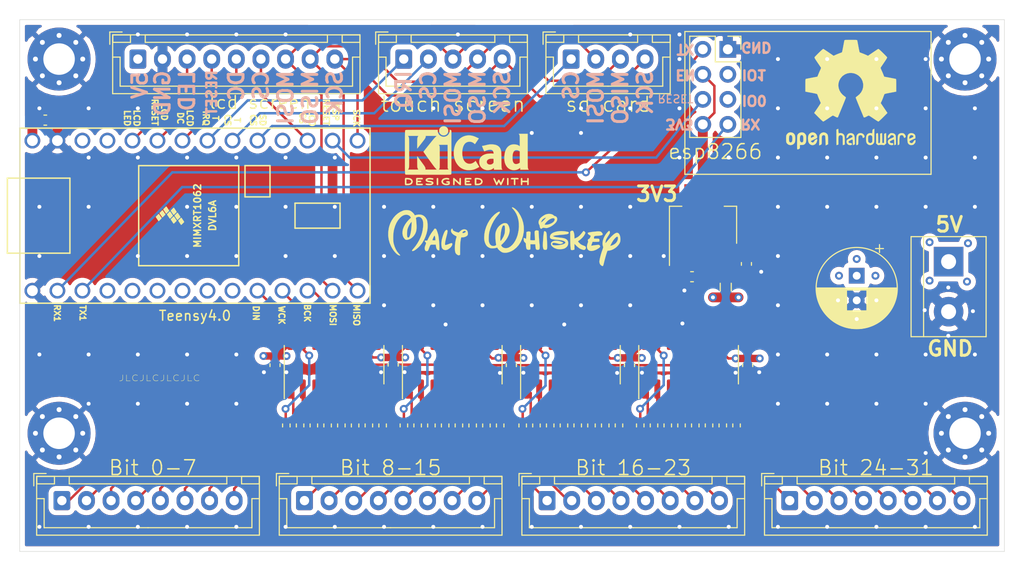
<source format=kicad_pcb>
(kicad_pcb (version 20171130) (host pcbnew "(5.1.8-0-10_14)")
  (layers (0 F.Cu signal) (1 GND.Cu power) (2 VCC.Cu power) (31 B.Cu signal) (34 B.Paste user) (35 F.Paste user) (36 B.SilkS user) (37 F.SilkS user) (38 B.Mask user) (39 F.Mask user) (44 Edge.Cuts user))
  (net 0 "")
  (net 1 GND)
  (net 2 VCC)
  (net 3 "Net-(J1-Pad8)")
  (net 4 "Net-(J1-Pad7)")
  (net 5 "Net-(J1-Pad6)")
  (net 6 "Net-(J1-Pad5)")
  (net 7 "Net-(J1-Pad4)")
  (net 8 "Net-(J1-Pad3)")
  (net 9 "Net-(J1-Pad2)")
  (net 10 "Net-(J1-Pad1)")
  (net 11 "Net-(J2-Pad8)")
  (net 12 "Net-(J2-Pad7)")
  (net 13 "Net-(J2-Pad6)")
  (net 14 "Net-(J2-Pad5)")
  (net 15 "Net-(J2-Pad4)")
  (net 16 "Net-(J2-Pad3)")
  (net 17 "Net-(J2-Pad2)")
  (net 18 "Net-(J2-Pad1)")
  (net 19 "Net-(J3-Pad8)")
  (net 20 "Net-(J3-Pad7)")
  (net 21 "Net-(J3-Pad6)")
  (net 22 "Net-(J3-Pad5)")
  (net 23 "Net-(J3-Pad4)")
  (net 24 "Net-(J3-Pad3)")
  (net 25 "Net-(J3-Pad2)")
  (net 26 "Net-(J3-Pad1)")
  (net 27 "Net-(J4-Pad8)")
  (net 28 "Net-(J4-Pad7)")
  (net 29 "Net-(J4-Pad6)")
  (net 30 "Net-(J4-Pad5)")
  (net 31 "Net-(J4-Pad4)")
  (net 32 "Net-(J4-Pad3)")
  (net 33 "Net-(J4-Pad2)")
  (net 34 "Net-(J4-Pad1)")
  (net 35 /SCK)
  (net 36 /T_CS)
  (net 37 /MOSI)
  (net 38 /MISO)
  (net 39 /T_IRQ)
  (net 40 /SD_CS)
  (net 41 /LCD_CS)
  (net 42 /ESP_TX)
  (net 43 /ESP_RX)
  (net 44 "Net-(R1-Pad2)")
  (net 45 "Net-(R2-Pad2)")
  (net 46 "Net-(R3-Pad2)")
  (net 47 "Net-(R4-Pad2)")
  (net 48 "Net-(R5-Pad2)")
  (net 49 "Net-(R6-Pad2)")
  (net 50 "Net-(R7-Pad2)")
  (net 51 "Net-(R8-Pad2)")
  (net 52 "Net-(R9-Pad2)")
  (net 53 "Net-(R10-Pad2)")
  (net 54 "Net-(R11-Pad2)")
  (net 55 "Net-(R12-Pad2)")
  (net 56 "Net-(R13-Pad2)")
  (net 57 "Net-(R14-Pad2)")
  (net 58 "Net-(R15-Pad2)")
  (net 59 "Net-(R16-Pad2)")
  (net 60 "Net-(R17-Pad2)")
  (net 61 "Net-(R18-Pad2)")
  (net 62 "Net-(R19-Pad2)")
  (net 63 "Net-(R20-Pad2)")
  (net 64 "Net-(R21-Pad2)")
  (net 65 "Net-(R22-Pad2)")
  (net 66 "Net-(R23-Pad2)")
  (net 67 "Net-(R24-Pad2)")
  (net 68 "Net-(R25-Pad2)")
  (net 69 "Net-(R26-Pad2)")
  (net 70 "Net-(R27-Pad2)")
  (net 71 "Net-(R28-Pad2)")
  (net 72 "Net-(R29-Pad2)")
  (net 73 "Net-(R30-Pad2)")
  (net 74 "Net-(R31-Pad2)")
  (net 75 "Net-(R32-Pad2)")
  (net 76 /DIN)
  (net 77 /WCK)
  (net 78 /BCK)
  (net 79 "Net-(U1-Pad9)")
  (net 80 "Net-(U2-Pad9)")
  (net 81 "Net-(U3-Pad9)")
  (net 82 +3V3)
  (net 83 /ESP_RESET)
  (net 84 /LCD_RESET)
  (net 85 /LCD_DC)
  (net 86 /LCD_LED)
  (net 87 "Net-(C7-Pad1)")
  (module Inductor_SMD:L_0805_2012Metric (layer F.Cu) (at 164.7 63.1625 270)
    (fp_text reference FB)
    (fp_text value "100 @ 100 MHz")
    (pad 2 smd roundrect (at 1.0625 0 270) (size 0.875 1.2) (layers F.Cu F.Paste F.Mask) (net 2 VCC))
    (pad 1 smd roundrect (at -1.0625 0 270) (size 0.875 1.2) (layers F.Cu F.Paste F.Mask) (net 87 "Net-(C7-Pad1)"))
  )
  (module Symbol:OSHW-Logo2_14.6x12mm_SilkScreen (layer F.Cu) (at 177.4 43.6)
    (fp_text reference REF** hide)
    (fp_text value OSHW-Logo2_14.6x12mm_SilkScreen hide)
  )
  (module Symbol:KiCad-Logo2_5mm_SilkScreen (layer F.Cu) (at 138.4 49.8)
    (fp_text reference REF** hide)
    (fp_text value KiCad-Logo2_5mm_SilkScreen hide)
  )
  (module Symbol:MaltWhiskey (layer F.Cu) (at 142.2 58)
    (fp_text reference G*** hide)
    (fp_text value LOGO hide)
  )
  (module Capacitor_SMD:C_0603_1608Metric (layer F.Cu) (at 166.8 60.8 270)
    (fp_text reference C7)
    (fp_text value 10uF)
    (pad 1 smd roundrect (at -0.775 0 270) (size 0.9 0.95) (layers F.Cu F.Paste F.Mask) (net 87 "Net-(C7-Pad1)"))
    (pad 2 smd roundrect (at 0.775 0 270) (size 0.9 0.95) (layers F.Cu F.Paste F.Mask) (net 1 GND))
  )
  (module teensy:Teensy40hdr (layer F.Cu) (at 110.8 55.9)
    (fp_text reference U6)
    (fp_text value Teensy4.0 (at 0 10.16) (layer F.SilkS))
    (fp_text user DVL6A (at 1.778 0 90) (layer F.SilkS) (effects (font (size 0.7 0.7))))
    (fp_text user MIMXRT1062 (at 0.254 0 90) (layer F.SilkS) (effects (font (size 0.7 0.7))))
    (pad 1 thru_hole circle (at -16.51 7.62) (size 1.6 1.6) (drill 1.1) (layers *.Cu *.Mask) (net 1 GND))
    (pad 2 thru_hole circle (at -13.97 7.62) (size 1.6 1.6) (drill 1.1) (layers *.Cu *.Mask) (net 42 /ESP_TX))
    (pad 3 thru_hole circle (at -11.43 7.62) (size 1.6 1.6) (drill 1.1) (layers *.Cu *.Mask) (net 43 /ESP_RX))
    (pad 4 thru_hole circle (at -8.89 7.62) (size 1.6 1.6) (drill 1.1) (layers *.Cu *.Mask))
    (pad 5 thru_hole circle (at -6.35 7.62) (size 1.6 1.6) (drill 1.1) (layers *.Cu *.Mask))
    (pad 6 thru_hole circle (at -3.81 7.62) (size 1.6 1.6) (drill 1.1) (layers *.Cu *.Mask))
    (pad 7 thru_hole circle (at -1.27 7.62) (size 1.6 1.6) (drill 1.1) (layers *.Cu *.Mask))
    (pad 8 thru_hole circle (at 1.27 7.62) (size 1.6 1.6) (drill 1.1) (layers *.Cu *.Mask))
    (pad 9 thru_hole circle (at 3.81 7.62) (size 1.6 1.6) (drill 1.1) (layers *.Cu *.Mask))
    (pad 10 thru_hole circle (at 6.35 7.62) (size 1.6 1.6) (drill 1.1) (layers *.Cu *.Mask) (net 76 /DIN))
    (pad 11 thru_hole circle (at 8.89 7.62) (size 1.6 1.6) (drill 1.1) (layers *.Cu *.Mask) (net 77 /WCK))
    (pad 12 thru_hole circle (at 11.43 7.62) (size 1.6 1.6) (drill 1.1) (layers *.Cu *.Mask) (net 78 /BCK))
    (pad 13 thru_hole circle (at 13.97 7.62) (size 1.6 1.6) (drill 1.1) (layers *.Cu *.Mask) (net 37 /MOSI))
    (pad 33 thru_hole circle (at -16.51 -7.62) (size 1.6 1.6) (drill 1.1) (layers *.Cu *.Mask) (net 2 VCC))
    (pad 32 thru_hole circle (at -13.97 -7.62) (size 1.6 1.6) (drill 1.1) (layers *.Cu *.Mask) (net 1 GND))
    (pad 31 thru_hole circle (at -11.43 -7.62) (size 1.6 1.6) (drill 1.1) (layers *.Cu *.Mask))
    (pad 30 thru_hole circle (at -8.89 -7.62) (size 1.6 1.6) (drill 1.1) (layers *.Cu *.Mask))
    (pad 29 thru_hole circle (at -6.35 -7.62) (size 1.6 1.6) (drill 1.1) (layers *.Cu *.Mask) (net 86 /LCD_LED))
    (pad 28 thru_hole circle (at -3.81 -7.62) (size 1.6 1.6) (drill 1.1) (layers *.Cu *.Mask) (net 84 /LCD_RESET))
    (pad 27 thru_hole circle (at -1.27 -7.62) (size 1.6 1.6) (drill 1.1) (layers *.Cu *.Mask) (net 85 /LCD_DC))
    (pad 26 thru_hole circle (at 1.27 -7.62) (size 1.6 1.6) (drill 1.1) (layers *.Cu *.Mask) (net 39 /T_IRQ))
    (pad 25 thru_hole circle (at 3.81 -7.62) (size 1.6 1.6) (drill 1.1) (layers *.Cu *.Mask) (net 36 /T_CS))
    (pad 24 thru_hole circle (at 6.35 -7.62) (size 1.6 1.6) (drill 1.1) (layers *.Cu *.Mask) (net 40 /SD_CS))
    (pad 23 thru_hole circle (at 8.89 -7.62) (size 1.6 1.6) (drill 1.1) (layers *.Cu *.Mask))
    (pad 22 thru_hole circle (at 11.43 -7.62) (size 1.6 1.6) (drill 1.1) (layers *.Cu *.Mask) (net 41 /LCD_CS))
    (pad 21 thru_hole circle (at 13.97 -7.62) (size 1.6 1.6) (drill 1.1) (layers *.Cu *.Mask) (net 83 /ESP_RESET))
    (pad 14 thru_hole circle (at 16.51 7.62) (size 1.6 1.6) (drill 1.1) (layers *.Cu *.Mask) (net 38 /MISO))
    (pad 20 thru_hole circle (at 16.51 -7.62) (size 1.6 1.6) (drill 1.1) (layers *.Cu *.Mask) (net 35 /SCK))
  )
  (module Connector_PinSocket_2.54mm:PinSocket_2x04_P2.54mm_Vertical (layer F.Cu) (at 164.91 39.01)
    (fp_text reference J5)
    (fp_text value esp8266 (at -1.27 10.39) (layer F.SilkS) (effects (font (size 1.5 1.5))))
    (pad 1 thru_hole rect (at 0 0) (size 1.7 1.7) (drill 1) (layers *.Cu *.Mask) (net 1 GND))
    (pad 2 thru_hole oval (at -2.54 0) (size 1.7 1.7) (drill 1) (layers *.Cu *.Mask) (net 42 /ESP_TX))
    (pad 3 thru_hole oval (at 0 2.54) (size 1.7 1.7) (drill 1) (layers *.Cu *.Mask))
    (pad 4 thru_hole oval (at -2.54 2.54) (size 1.7 1.7) (drill 1) (layers *.Cu *.Mask) (net 82 +3V3))
    (pad 5 thru_hole oval (at 0 5.08) (size 1.7 1.7) (drill 1) (layers *.Cu *.Mask))
    (pad 6 thru_hole oval (at -2.54 5.08) (size 1.7 1.7) (drill 1) (layers *.Cu *.Mask) (net 83 /ESP_RESET))
    (pad 7 thru_hole oval (at 0 7.62) (size 1.7 1.7) (drill 1) (layers *.Cu *.Mask) (net 43 /ESP_RX))
    (pad 8 thru_hole oval (at -2.54 7.62) (size 1.7 1.7) (drill 1) (layers *.Cu *.Mask) (net 82 +3V3))
  )
  (module Connector_JST:JST_XH_B9B-XH-A_1x09_P2.50mm_Vertical (layer F.Cu) (at 105 40)
    (fp_text reference J8)
    (fp_text value "lcd screen" (at 12.4 4.4) (layer F.SilkS) (effects (font (size 1.3 1.3))))
    (pad 1 thru_hole roundrect (at 0 0) (size 1.7 1.95) (drill 0.95) (layers *.Cu *.Mask) (roundrect_rratio 0.147) (net 2 VCC))
    (pad 2 thru_hole oval (at 2.5 0) (size 1.7 1.95) (drill 0.95) (layers *.Cu *.Mask) (net 1 GND))
    (pad 3 thru_hole oval (at 5 0) (size 1.7 1.95) (drill 0.95) (layers *.Cu *.Mask) (net 86 /LCD_LED))
    (pad 4 thru_hole oval (at 7.5 0) (size 1.7 1.95) (drill 0.95) (layers *.Cu *.Mask) (net 84 /LCD_RESET))
    (pad 5 thru_hole oval (at 10 0) (size 1.7 1.95) (drill 0.95) (layers *.Cu *.Mask) (net 85 /LCD_DC))
    (pad 6 thru_hole oval (at 12.5 0) (size 1.7 1.95) (drill 0.95) (layers *.Cu *.Mask) (net 41 /LCD_CS))
    (pad 7 thru_hole oval (at 15 0) (size 1.7 1.95) (drill 0.95) (layers *.Cu *.Mask) (net 37 /MOSI))
    (pad 8 thru_hole oval (at 17.5 0) (size 1.7 1.95) (drill 0.95) (layers *.Cu *.Mask) (net 38 /MISO))
    (pad 9 thru_hole oval (at 20 0) (size 1.7 1.95) (drill 0.95) (layers *.Cu *.Mask) (net 35 /SCK))
  )
  (module Connector_JST:JST_XH_B4B-XH-A_1x04_P2.50mm_Vertical (layer F.Cu) (at 149 40)
    (fp_text reference J7)
    (fp_text value "sd card" (at 3.75 4.6) (layer F.SilkS) (effects (font (size 1.5 1.5))))
    (pad 4 thru_hole oval (at 7.5 0) (size 1.7 1.95) (drill 0.95) (layers *.Cu *.Mask) (net 35 /SCK))
    (pad 3 thru_hole oval (at 5 0) (size 1.7 1.95) (drill 0.95) (layers *.Cu *.Mask) (net 38 /MISO))
    (pad 2 thru_hole oval (at 2.5 0) (size 1.7 1.95) (drill 0.95) (layers *.Cu *.Mask) (net 37 /MOSI))
    (pad 1 thru_hole roundrect (at 0 0) (size 1.7 1.95) (drill 0.95) (layers *.Cu *.Mask) (roundrect_rratio 0.1470588235294118) (net 40 /SD_CS))
  )
  (module Connector_JST:JST_XH_B5B-XH-A_1x05_P2.50mm_Vertical (layer F.Cu) (at 132 40)
    (fp_text reference J6)
    (fp_text value "touch screen" (at 5 4.6) (layer F.SilkS) (effects (font (size 1.5 1.5))))
    (pad 5 thru_hole oval (at 10 0) (size 1.7 1.95) (drill 0.95) (layers *.Cu *.Mask) (net 35 /SCK))
    (pad 4 thru_hole oval (at 7.5 0) (size 1.7 1.95) (drill 0.95) (layers *.Cu *.Mask) (net 38 /MISO))
    (pad 3 thru_hole oval (at 5 0) (size 1.7 1.95) (drill 0.95) (layers *.Cu *.Mask) (net 37 /MOSI))
    (pad 2 thru_hole oval (at 2.5 0) (size 1.7 1.95) (drill 0.95) (layers *.Cu *.Mask) (net 36 /T_CS))
    (pad 1 thru_hole roundrect (at 0 0) (size 1.7 1.95) (drill 0.95) (layers *.Cu *.Mask) (roundrect_rratio 0.1470588235294118) (net 39 /T_IRQ))
  )
  (module Package_SO:SOIC-16_3.9x9.9mm_P1.27mm (layer F.Cu) (at 148.927 71.0359 90)
    (fp_text reference U3)
    (fp_text value 74AHC595)
    (pad 1 smd roundrect (at -2.475 -4.445 90) (size 1.95 0.6) (layers F.Cu F.Paste F.Mask) (net 50 "Net-(R7-Pad2)"))
    (pad 2 smd roundrect (at -2.475 -3.175 90) (size 1.95 0.6) (layers F.Cu F.Paste F.Mask) (net 54 "Net-(R11-Pad2)"))
    (pad 3 smd roundrect (at -2.475 -1.905 90) (size 1.95 0.6) (layers F.Cu F.Paste F.Mask) (net 58 "Net-(R15-Pad2)"))
    (pad 4 smd roundrect (at -2.475 -0.635 90) (size 1.95 0.6) (layers F.Cu F.Paste F.Mask) (net 62 "Net-(R19-Pad2)"))
    (pad 5 smd roundrect (at -2.475 0.635 90) (size 1.95 0.6) (layers F.Cu F.Paste F.Mask) (net 66 "Net-(R23-Pad2)"))
    (pad 6 smd roundrect (at -2.475 1.905 90) (size 1.95 0.6) (layers F.Cu F.Paste F.Mask) (net 70 "Net-(R27-Pad2)"))
    (pad 7 smd roundrect (at -2.475 3.175 90) (size 1.95 0.6) (layers F.Cu F.Paste F.Mask) (net 74 "Net-(R31-Pad2)"))
    (pad 8 smd roundrect (at -2.475 4.445 90) (size 1.95 0.6) (layers F.Cu F.Paste F.Mask) (net 1 GND))
    (pad 9 smd roundrect (at 2.475 4.445 90) (size 1.95 0.6) (layers F.Cu F.Paste F.Mask) (net 81 "Net-(U3-Pad9)"))
    (pad 10 smd roundrect (at 2.475 3.175 90) (size 1.95 0.6) (layers F.Cu F.Paste F.Mask) (net 2 VCC))
    (pad 11 smd roundrect (at 2.475 1.905 90) (size 1.95 0.6) (layers F.Cu F.Paste F.Mask) (net 78 /BCK))
    (pad 12 smd roundrect (at 2.475 0.635 90) (size 1.95 0.6) (layers F.Cu F.Paste F.Mask) (net 77 /WCK))
    (pad 13 smd roundrect (at 2.475 -0.635 90) (size 1.95 0.6) (layers F.Cu F.Paste F.Mask) (net 1 GND))
    (pad 14 smd roundrect (at 2.475 -1.905 90) (size 1.95 0.6) (layers F.Cu F.Paste F.Mask) (net 80 "Net-(U2-Pad9)"))
    (pad 15 smd roundrect (at 2.475 -3.175 90) (size 1.95 0.6) (layers F.Cu F.Paste F.Mask) (net 46 "Net-(R3-Pad2)"))
    (pad 16 smd roundrect (at 2.475 -4.445 90) (size 1.95 0.6) (layers F.Cu F.Paste F.Mask) (net 2 VCC))
  )
  (module Resistor_SMD:R_0402_1005Metric (layer F.Cu) (at 165.797 77.2009 90)
    (fp_text reference R32)
    (fp_text value 1F)
    (pad 1 smd roundrect (at -0.51 0 90) (size 0.54 0.64) (layers F.Cu F.Paste F.Mask) (net 27 "Net-(J4-Pad8)"))
    (pad 2 smd roundrect (at 0.51 0 90) (size 0.54 0.64) (layers F.Cu F.Paste F.Mask) (net 75 "Net-(R32-Pad2)"))
  )
  (module Resistor_SMD:R_0402_1005Metric (layer F.Cu) (at 153.859 77.2009 90)
    (fp_text reference R31)
    (fp_text value 17)
    (pad 1 smd roundrect (at -0.51 0 90) (size 0.54 0.64) (layers F.Cu F.Paste F.Mask) (net 19 "Net-(J3-Pad8)"))
    (pad 2 smd roundrect (at 0.51 0 90) (size 0.54 0.64) (layers F.Cu F.Paste F.Mask) (net 74 "Net-(R31-Pad2)"))
  )
  (module Resistor_SMD:R_0402_1005Metric (layer F.Cu) (at 141.794 77.2049 90)
    (fp_text reference R30)
    (fp_text value 0F)
    (pad 1 smd roundrect (at -0.51 0 90) (size 0.54 0.64) (layers F.Cu F.Paste F.Mask) (net 11 "Net-(J2-Pad8)"))
    (pad 2 smd roundrect (at 0.51 0 90) (size 0.54 0.64) (layers F.Cu F.Paste F.Mask) (net 73 "Net-(R30-Pad2)"))
  )
  (module Resistor_SMD:R_0402_1005Metric (layer F.Cu) (at 129.856 77.2029 90)
    (fp_text reference R29)
    (fp_text value 07)
    (pad 2 smd roundrect (at 0.51 0 90) (size 0.54 0.64) (layers F.Cu F.Paste F.Mask) (net 72 "Net-(R29-Pad2)"))
    (pad 1 smd roundrect (at -0.51 0 90) (size 0.54 0.64) (layers F.Cu F.Paste F.Mask) (net 3 "Net-(J1-Pad8)"))
  )
  (module Resistor_SMD:R_0402_1005Metric (layer F.Cu) (at 164.4 77.2009 90)
    (fp_text reference R28)
    (fp_text value 1E)
    (pad 1 smd roundrect (at -0.51 0 90) (size 0.54 0.64) (layers F.Cu F.Paste F.Mask) (net 28 "Net-(J4-Pad7)"))
    (pad 2 smd roundrect (at 0.51 0 90) (size 0.54 0.64) (layers F.Cu F.Paste F.Mask) (net 71 "Net-(R28-Pad2)"))
  )
  (module Resistor_SMD:R_0402_1005Metric (layer F.Cu) (at 152.462 77.2029 90)
    (fp_text reference R27)
    (fp_text value 16)
    (pad 1 smd roundrect (at -0.51 0 90) (size 0.54 0.64) (layers F.Cu F.Paste F.Mask) (net 20 "Net-(J3-Pad7)"))
    (pad 2 smd roundrect (at 0.51 0 90) (size 0.54 0.64) (layers F.Cu F.Paste F.Mask) (net 70 "Net-(R27-Pad2)"))
  )
  (module Resistor_SMD:R_0402_1005Metric (layer F.Cu) (at 140.397 77.2049 90)
    (fp_text reference R26)
    (fp_text value 0E)
    (pad 1 smd roundrect (at -0.51 0 90) (size 0.54 0.64) (layers F.Cu F.Paste F.Mask) (net 12 "Net-(J2-Pad7)"))
    (pad 2 smd roundrect (at 0.51 0 90) (size 0.54 0.64) (layers F.Cu F.Paste F.Mask) (net 69 "Net-(R26-Pad2)"))
  )
  (module Resistor_SMD:R_0402_1005Metric (layer F.Cu) (at 128.459 77.2029 90)
    (fp_text reference R25)
    (fp_text value 06)
    (pad 2 smd roundrect (at 0.51 0 90) (size 0.54 0.64) (layers F.Cu F.Paste F.Mask) (net 68 "Net-(R25-Pad2)"))
    (pad 1 smd roundrect (at -0.51 0 90) (size 0.54 0.64) (layers F.Cu F.Paste F.Mask) (net 4 "Net-(J1-Pad7)"))
  )
  (module Resistor_SMD:R_0402_1005Metric (layer F.Cu) (at 163.003 77.2009 90)
    (fp_text reference R24)
    (fp_text value 1D)
    (pad 1 smd roundrect (at -0.51 0 90) (size 0.54 0.64) (layers F.Cu F.Paste F.Mask) (net 29 "Net-(J4-Pad6)"))
    (pad 2 smd roundrect (at 0.51 0 90) (size 0.54 0.64) (layers F.Cu F.Paste F.Mask) (net 67 "Net-(R24-Pad2)"))
  )
  (module Resistor_SMD:R_0402_1005Metric (layer F.Cu) (at 151.065 77.2029 90)
    (fp_text reference R23)
    (fp_text value 15)
    (pad 1 smd roundrect (at -0.51 0 90) (size 0.54 0.64) (layers F.Cu F.Paste F.Mask) (net 21 "Net-(J3-Pad6)"))
    (pad 2 smd roundrect (at 0.51 0 90) (size 0.54 0.64) (layers F.Cu F.Paste F.Mask) (net 66 "Net-(R23-Pad2)"))
  )
  (module Resistor_SMD:R_0402_1005Metric (layer F.Cu) (at 139 77.2049 90)
    (fp_text reference R22)
    (fp_text value 0D)
    (pad 1 smd roundrect (at -0.51 0 90) (size 0.54 0.64) (layers F.Cu F.Paste F.Mask) (net 13 "Net-(J2-Pad6)"))
    (pad 2 smd roundrect (at 0.51 0 90) (size 0.54 0.64) (layers F.Cu F.Paste F.Mask) (net 65 "Net-(R22-Pad2)"))
  )
  (module Resistor_SMD:R_0402_1005Metric (layer F.Cu) (at 127.062 77.2029 90)
    (fp_text reference R21)
    (fp_text value 05)
    (pad 1 smd roundrect (at -0.51 0 90) (size 0.54 0.64) (layers F.Cu F.Paste F.Mask) (net 5 "Net-(J1-Pad6)"))
    (pad 2 smd roundrect (at 0.51 0 90) (size 0.54 0.64) (layers F.Cu F.Paste F.Mask) (net 64 "Net-(R21-Pad2)"))
  )
  (module Resistor_SMD:R_0402_1005Metric (layer F.Cu) (at 161.606 77.2009 90)
    (fp_text reference R20)
    (fp_text value 1C)
    (pad 1 smd roundrect (at -0.51 0 90) (size 0.54 0.64) (layers F.Cu F.Paste F.Mask) (net 30 "Net-(J4-Pad5)"))
    (pad 2 smd roundrect (at 0.51 0 90) (size 0.54 0.64) (layers F.Cu F.Paste F.Mask) (net 63 "Net-(R20-Pad2)"))
  )
  (module Resistor_SMD:R_0402_1005Metric (layer F.Cu) (at 149.668 77.2009 90)
    (fp_text reference R19)
    (fp_text value 14)
    (pad 1 smd roundrect (at -0.51 0 90) (size 0.54 0.64) (layers F.Cu F.Paste F.Mask) (net 22 "Net-(J3-Pad5)"))
    (pad 2 smd roundrect (at 0.51 0 90) (size 0.54 0.64) (layers F.Cu F.Paste F.Mask) (net 62 "Net-(R19-Pad2)"))
  )
  (module Resistor_SMD:R_0402_1005Metric (layer F.Cu) (at 137.603 77.2029 90)
    (fp_text reference R18)
    (fp_text value 0C)
    (pad 1 smd roundrect (at -0.51 0 90) (size 0.54 0.64) (layers F.Cu F.Paste F.Mask) (net 14 "Net-(J2-Pad5)"))
    (pad 2 smd roundrect (at 0.51 0 90) (size 0.54 0.64) (layers F.Cu F.Paste F.Mask) (net 61 "Net-(R18-Pad2)"))
  )
  (module Resistor_SMD:R_0402_1005Metric (layer F.Cu) (at 125.665 77.2029 90)
    (fp_text reference R17)
    (fp_text value 04)
    (pad 2 smd roundrect (at 0.51 0 90) (size 0.54 0.64) (layers F.Cu F.Paste F.Mask) (net 60 "Net-(R17-Pad2)"))
    (pad 1 smd roundrect (at -0.51 0 90) (size 0.54 0.64) (layers F.Cu F.Paste F.Mask) (net 6 "Net-(J1-Pad5)"))
  )
  (module Resistor_SMD:R_0402_1005Metric (layer F.Cu) (at 160.209 77.2009 90)
    (fp_text reference R16)
    (fp_text value 1B)
    (pad 1 smd roundrect (at -0.51 0 90) (size 0.54 0.64) (layers F.Cu F.Paste F.Mask) (net 31 "Net-(J4-Pad4)"))
    (pad 2 smd roundrect (at 0.51 0 90) (size 0.54 0.64) (layers F.Cu F.Paste F.Mask) (net 59 "Net-(R16-Pad2)"))
  )
  (module Resistor_SMD:R_0402_1005Metric (layer F.Cu) (at 148.271 77.2029 90)
    (fp_text reference R15)
    (fp_text value 13)
    (pad 1 smd roundrect (at -0.51 0 90) (size 0.54 0.64) (layers F.Cu F.Paste F.Mask) (net 23 "Net-(J3-Pad4)"))
    (pad 2 smd roundrect (at 0.51 0 90) (size 0.54 0.64) (layers F.Cu F.Paste F.Mask) (net 58 "Net-(R15-Pad2)"))
  )
  (module Resistor_SMD:R_0402_1005Metric (layer F.Cu) (at 136.206 77.2029 90)
    (fp_text reference R14)
    (fp_text value 0B)
    (pad 1 smd roundrect (at -0.51 0 90) (size 0.54 0.64) (layers F.Cu F.Paste F.Mask) (net 15 "Net-(J2-Pad4)"))
    (pad 2 smd roundrect (at 0.51 0 90) (size 0.54 0.64) (layers F.Cu F.Paste F.Mask) (net 57 "Net-(R14-Pad2)"))
  )
  (module Resistor_SMD:R_0402_1005Metric (layer F.Cu) (at 124.268 77.2029 90)
    (fp_text reference R13)
    (fp_text value 03)
    (pad 1 smd roundrect (at -0.51 0 90) (size 0.54 0.64) (layers F.Cu F.Paste F.Mask) (net 7 "Net-(J1-Pad4)"))
    (pad 2 smd roundrect (at 0.51 0 90) (size 0.54 0.64) (layers F.Cu F.Paste F.Mask) (net 56 "Net-(R13-Pad2)"))
  )
  (module Resistor_SMD:R_0402_1005Metric (layer F.Cu) (at 158.812 77.2009 90)
    (fp_text reference R12)
    (fp_text value 1A)
    (pad 1 smd roundrect (at -0.51 0 90) (size 0.54 0.64) (layers F.Cu F.Paste F.Mask) (net 32 "Net-(J4-Pad3)"))
    (pad 2 smd roundrect (at 0.51 0 90) (size 0.54 0.64) (layers F.Cu F.Paste F.Mask) (net 55 "Net-(R12-Pad2)"))
  )
  (module Resistor_SMD:R_0402_1005Metric (layer F.Cu) (at 146.874 77.2029 90)
    (fp_text reference R11)
    (fp_text value 12)
    (pad 1 smd roundrect (at -0.51 0 90) (size 0.54 0.64) (layers F.Cu F.Paste F.Mask) (net 24 "Net-(J3-Pad3)"))
    (pad 2 smd roundrect (at 0.51 0 90) (size 0.54 0.64) (layers F.Cu F.Paste F.Mask) (net 54 "Net-(R11-Pad2)"))
  )
  (module Resistor_SMD:R_0402_1005Metric (layer F.Cu) (at 134.809 77.2029 90)
    (fp_text reference R10)
    (fp_text value 0A)
    (pad 1 smd roundrect (at -0.51 0 90) (size 0.54 0.64) (layers F.Cu F.Paste F.Mask) (net 16 "Net-(J2-Pad3)"))
    (pad 2 smd roundrect (at 0.51 0 90) (size 0.54 0.64) (layers F.Cu F.Paste F.Mask) (net 53 "Net-(R10-Pad2)"))
  )
  (module Resistor_SMD:R_0402_1005Metric (layer F.Cu) (at 122.871 77.2029 90)
    (fp_text reference R9)
    (fp_text value 02)
    (pad 1 smd roundrect (at -0.51 0 90) (size 0.54 0.64) (layers F.Cu F.Paste F.Mask) (net 8 "Net-(J1-Pad3)"))
    (pad 2 smd roundrect (at 0.51 0 90) (size 0.54 0.64) (layers F.Cu F.Paste F.Mask) (net 52 "Net-(R9-Pad2)"))
  )
  (module Resistor_SMD:R_0402_1005Metric (layer F.Cu) (at 157.415 77.2009 90)
    (fp_text reference R8)
    (fp_text value 19)
    (pad 1 smd roundrect (at -0.51 0 90) (size 0.54 0.64) (layers F.Cu F.Paste F.Mask) (net 33 "Net-(J4-Pad2)"))
    (pad 2 smd roundrect (at 0.51 0 90) (size 0.54 0.64) (layers F.Cu F.Paste F.Mask) (net 51 "Net-(R8-Pad2)"))
  )
  (module Resistor_SMD:R_0402_1005Metric (layer F.Cu) (at 145.477 77.2049 90)
    (fp_text reference R7)
    (fp_text value 11)
    (pad 1 smd roundrect (at -0.51 0 90) (size 0.54 0.64) (layers F.Cu F.Paste F.Mask) (net 25 "Net-(J3-Pad2)"))
    (pad 2 smd roundrect (at 0.51 0 90) (size 0.54 0.64) (layers F.Cu F.Paste F.Mask) (net 50 "Net-(R7-Pad2)"))
  )
  (module Resistor_SMD:R_0402_1005Metric (layer F.Cu) (at 133.412 77.2029 90)
    (fp_text reference R6)
    (fp_text value 09)
    (pad 1 smd roundrect (at -0.51 0 90) (size 0.54 0.64) (layers F.Cu F.Paste F.Mask) (net 17 "Net-(J2-Pad2)"))
    (pad 2 smd roundrect (at 0.51 0 90) (size 0.54 0.64) (layers F.Cu F.Paste F.Mask) (net 49 "Net-(R6-Pad2)"))
  )
  (module Resistor_SMD:R_0402_1005Metric (layer F.Cu) (at 121.474 77.2029 90)
    (fp_text reference R5)
    (fp_text value 01)
    (pad 1 smd roundrect (at -0.51 0 90) (size 0.54 0.64) (layers F.Cu F.Paste F.Mask) (net 9 "Net-(J1-Pad2)"))
    (pad 2 smd roundrect (at 0.51 0 90) (size 0.54 0.64) (layers F.Cu F.Paste F.Mask) (net 48 "Net-(R5-Pad2)"))
  )
  (module Resistor_SMD:R_0402_1005Metric (layer F.Cu) (at 156.018 77.2009 90)
    (fp_text reference R4)
    (fp_text value 18)
    (pad 1 smd roundrect (at -0.51 0 90) (size 0.54 0.64) (layers F.Cu F.Paste F.Mask) (net 34 "Net-(J4-Pad1)"))
    (pad 2 smd roundrect (at 0.51 0 90) (size 0.54 0.64) (layers F.Cu F.Paste F.Mask) (net 47 "Net-(R4-Pad2)"))
  )
  (module Resistor_SMD:R_0402_1005Metric (layer F.Cu) (at 144.08 77.2049 90)
    (fp_text reference R3)
    (fp_text value 10)
    (pad 1 smd roundrect (at -0.51 0 90) (size 0.54 0.64) (layers F.Cu F.Paste F.Mask) (net 26 "Net-(J3-Pad1)"))
    (pad 2 smd roundrect (at 0.51 0 90) (size 0.54 0.64) (layers F.Cu F.Paste F.Mask) (net 46 "Net-(R3-Pad2)"))
  )
  (module Resistor_SMD:R_0402_1005Metric (layer F.Cu) (at 132.015 77.2029 90)
    (fp_text reference R2)
    (fp_text value 08)
    (pad 1 smd roundrect (at -0.51 0 90) (size 0.54 0.64) (layers F.Cu F.Paste F.Mask) (net 18 "Net-(J2-Pad1)"))
    (pad 2 smd roundrect (at 0.51 0 90) (size 0.54 0.64) (layers F.Cu F.Paste F.Mask) (net 45 "Net-(R2-Pad2)"))
  )
  (module Resistor_SMD:R_0402_1005Metric (layer F.Cu) (at 120.077 77.2029 90)
    (fp_text reference R1)
    (fp_text value 00)
    (pad 1 smd roundrect (at -0.51 0 90) (size 0.54 0.64) (layers F.Cu F.Paste F.Mask) (net 10 "Net-(J1-Pad1)"))
    (pad 2 smd roundrect (at 0.51 0 90) (size 0.54 0.64) (layers F.Cu F.Paste F.Mask) (net 44 "Net-(R1-Pad2)"))
  )
  (module Connector_JST:JST_XH_B8B-XH-A_1x08_P2.50mm_Vertical (layer F.Cu) (at 97.282 84.836)
    (fp_text reference J1)
    (fp_text value "Bit 0-7" (at 9.218 -3.336) (layer F.SilkS) (effects (font (size 1.5 1.5))))
    (pad 1 thru_hole roundrect (at 0 0) (size 1.7 1.95) (drill 0.95) (layers *.Cu *.Mask) (roundrect_rratio 0.1470588235294118) (net 10 "Net-(J1-Pad1)"))
    (pad 2 thru_hole oval (at 2.5 0) (size 1.7 1.95) (drill 0.95) (layers *.Cu *.Mask) (net 9 "Net-(J1-Pad2)"))
    (pad 3 thru_hole oval (at 5 0) (size 1.7 1.95) (drill 0.95) (layers *.Cu *.Mask) (net 8 "Net-(J1-Pad3)"))
    (pad 4 thru_hole oval (at 7.5 0) (size 1.7 1.95) (drill 0.95) (layers *.Cu *.Mask) (net 7 "Net-(J1-Pad4)"))
    (pad 5 thru_hole oval (at 10 0) (size 1.7 1.95) (drill 0.95) (layers *.Cu *.Mask) (net 6 "Net-(J1-Pad5)"))
    (pad 6 thru_hole oval (at 12.5 0) (size 1.7 1.95) (drill 0.95) (layers *.Cu *.Mask) (net 5 "Net-(J1-Pad6)"))
    (pad 7 thru_hole oval (at 15 0) (size 1.7 1.95) (drill 0.95) (layers *.Cu *.Mask) (net 4 "Net-(J1-Pad7)"))
    (pad 8 thru_hole oval (at 17.5 0) (size 1.7 1.95) (drill 0.95) (layers *.Cu *.Mask) (net 3 "Net-(J1-Pad8)"))
  )
  (module Package_TO_SOT_SMD:SOT-223-3_TabPin2 (layer F.Cu) (at 162.393 56.857 90)
    (fp_text reference U5)
    (fp_text value AMS1117-3.3)
    (pad 2 smd rect (at 3.15 0 90) (size 2 3.8) (layers F.Cu F.Paste F.Mask) (net 82 +3V3))
    (pad 2 smd rect (at -3.15 0 90) (size 2 1.5) (layers F.Cu F.Paste F.Mask) (net 82 +3V3))
    (pad 3 smd rect (at -3.15 2.3 90) (size 2 1.5) (layers F.Cu F.Paste F.Mask) (net 87 "Net-(C7-Pad1)"))
    (pad 1 smd rect (at -3.15 -2.3 90) (size 2 1.5) (layers F.Cu F.Paste F.Mask) (net 1 GND))
  )
  (module TerminalBlock:TerminalBlock_bornier-2_P5.08mm (layer F.Cu) (at 187.33 60.57 270)
    (fp_text reference J9)
    (fp_text value Power)
    (pad 2 thru_hole circle (at 5.08 0 270) (size 3 3) (drill 1.52) (layers *.Cu *.Mask) (net 1 GND))
    (pad 1 thru_hole rect (at 0 0 270) (size 3 3) (drill 1.52) (layers *.Cu *.Mask) (net 2 VCC))
  )
  (module MountingHole:MountingHole_3.2mm_M3_Pad_Via (layer F.Cu) (at 97 40)
    (fp_text reference H4)
    (fp_text value MountingHole_Pad)
    (pad 1 thru_hole circle (at 1.697056 -1.697056) (size 0.8 0.8) (drill 0.5) (layers *.Cu *.Mask) (net 1 GND))
    (pad 1 thru_hole circle (at 0 -2.4) (size 0.8 0.8) (drill 0.5) (layers *.Cu *.Mask) (net 1 GND))
    (pad 1 thru_hole circle (at -1.697056 -1.697056) (size 0.8 0.8) (drill 0.5) (layers *.Cu *.Mask) (net 1 GND))
    (pad 1 thru_hole circle (at -2.4 0) (size 0.8 0.8) (drill 0.5) (layers *.Cu *.Mask) (net 1 GND))
    (pad 1 thru_hole circle (at -1.697056 1.697056) (size 0.8 0.8) (drill 0.5) (layers *.Cu *.Mask) (net 1 GND))
    (pad 1 thru_hole circle (at 0 2.4) (size 0.8 0.8) (drill 0.5) (layers *.Cu *.Mask) (net 1 GND))
    (pad 1 thru_hole circle (at 1.697056 1.697056) (size 0.8 0.8) (drill 0.5) (layers *.Cu *.Mask) (net 1 GND))
    (pad 1 thru_hole circle (at 2.4 0) (size 0.8 0.8) (drill 0.5) (layers *.Cu *.Mask) (net 1 GND))
    (pad 1 thru_hole circle (at 0 0) (size 6.4 6.4) (drill 3.2) (layers *.Cu *.Mask) (net 1 GND))
  )
  (module MountingHole:MountingHole_3.2mm_M3_Pad_Via (layer F.Cu) (at 97 78)
    (fp_text reference H3)
    (fp_text value MountingHole_Pad)
    (pad 1 thru_hole circle (at 1.697056 -1.697056) (size 0.8 0.8) (drill 0.5) (layers *.Cu *.Mask) (net 1 GND))
    (pad 1 thru_hole circle (at 0 -2.4) (size 0.8 0.8) (drill 0.5) (layers *.Cu *.Mask) (net 1 GND))
    (pad 1 thru_hole circle (at -1.697056 -1.697056) (size 0.8 0.8) (drill 0.5) (layers *.Cu *.Mask) (net 1 GND))
    (pad 1 thru_hole circle (at -2.4 0) (size 0.8 0.8) (drill 0.5) (layers *.Cu *.Mask) (net 1 GND))
    (pad 1 thru_hole circle (at -1.697056 1.697056) (size 0.8 0.8) (drill 0.5) (layers *.Cu *.Mask) (net 1 GND))
    (pad 1 thru_hole circle (at 0 2.4) (size 0.8 0.8) (drill 0.5) (layers *.Cu *.Mask) (net 1 GND))
    (pad 1 thru_hole circle (at 1.697056 1.697056) (size 0.8 0.8) (drill 0.5) (layers *.Cu *.Mask) (net 1 GND))
    (pad 1 thru_hole circle (at 2.4 0) (size 0.8 0.8) (drill 0.5) (layers *.Cu *.Mask) (net 1 GND))
    (pad 1 thru_hole circle (at 0 0) (size 6.4 6.4) (drill 3.2) (layers *.Cu *.Mask) (net 1 GND))
  )
  (module MountingHole:MountingHole_3.2mm_M3_Pad_Via (layer F.Cu) (at 189 40)
    (fp_text reference H2)
    (fp_text value MountingHole_Pad)
    (pad 1 thru_hole circle (at 1.697056 -1.697056) (size 0.8 0.8) (drill 0.5) (layers *.Cu *.Mask) (net 1 GND))
    (pad 1 thru_hole circle (at 0 -2.4) (size 0.8 0.8) (drill 0.5) (layers *.Cu *.Mask) (net 1 GND))
    (pad 1 thru_hole circle (at -1.697056 -1.697056) (size 0.8 0.8) (drill 0.5) (layers *.Cu *.Mask) (net 1 GND))
    (pad 1 thru_hole circle (at -2.4 0) (size 0.8 0.8) (drill 0.5) (layers *.Cu *.Mask) (net 1 GND))
    (pad 1 thru_hole circle (at -1.697056 1.697056) (size 0.8 0.8) (drill 0.5) (layers *.Cu *.Mask) (net 1 GND))
    (pad 1 thru_hole circle (at 0 2.4) (size 0.8 0.8) (drill 0.5) (layers *.Cu *.Mask) (net 1 GND))
    (pad 1 thru_hole circle (at 1.697056 1.697056) (size 0.8 0.8) (drill 0.5) (layers *.Cu *.Mask) (net 1 GND))
    (pad 1 thru_hole circle (at 2.4 0) (size 0.8 0.8) (drill 0.5) (layers *.Cu *.Mask) (net 1 GND))
    (pad 1 thru_hole circle (at 0 0) (size 6.4 6.4) (drill 3.2) (layers *.Cu *.Mask) (net 1 GND))
  )
  (module MountingHole:MountingHole_3.2mm_M3_Pad_Via (layer F.Cu) (at 189 78)
    (fp_text reference H1)
    (fp_text value MountingHole_Pad)
    (pad 1 thru_hole circle (at 1.697056 -1.697056) (size 0.8 0.8) (drill 0.5) (layers *.Cu *.Mask) (net 1 GND))
    (pad 1 thru_hole circle (at 0 -2.4) (size 0.8 0.8) (drill 0.5) (layers *.Cu *.Mask) (net 1 GND))
    (pad 1 thru_hole circle (at -1.697056 -1.697056) (size 0.8 0.8) (drill 0.5) (layers *.Cu *.Mask) (net 1 GND))
    (pad 1 thru_hole circle (at -2.4 0) (size 0.8 0.8) (drill 0.5) (layers *.Cu *.Mask) (net 1 GND))
    (pad 1 thru_hole circle (at -1.697056 1.697056) (size 0.8 0.8) (drill 0.5) (layers *.Cu *.Mask) (net 1 GND))
    (pad 1 thru_hole circle (at 0 2.4) (size 0.8 0.8) (drill 0.5) (layers *.Cu *.Mask) (net 1 GND))
    (pad 1 thru_hole circle (at 1.697056 1.697056) (size 0.8 0.8) (drill 0.5) (layers *.Cu *.Mask) (net 1 GND))
    (pad 1 thru_hole circle (at 2.4 0) (size 0.8 0.8) (drill 0.5) (layers *.Cu *.Mask) (net 1 GND))
    (pad 1 thru_hole circle (at 0 0) (size 6.4 6.4) (drill 3.2) (layers *.Cu *.Mask) (net 1 GND))
  )
  (module Capacitor_THT:CP_Radial_D8.0mm_P2.50mm (layer F.Cu) (at 178 62 270)
    (fp_text reference C9)
    (fp_text value CP)
    (pad 2 thru_hole circle (at 2.5 0 270) (size 1.6 1.6) (drill 0.8) (layers *.Cu *.Mask) (net 1 GND))
    (pad 1 thru_hole rect (at 0 0 270) (size 1.6 1.6) (drill 0.8) (layers *.Cu *.Mask) (net 2 VCC))
  )
  (module Capacitor_SMD:C_0603_1608Metric (layer F.Cu) (at 161.275 62.1 180)
    (fp_text reference C8)
    (fp_text value 10uF)
    (pad 1 smd roundrect (at -0.775 0 180) (size 0.9 0.95) (layers F.Cu F.Paste F.Mask) (net 82 +3V3))
    (pad 2 smd roundrect (at 0.775 0 180) (size 0.9 0.95) (layers F.Cu F.Paste F.Mask) (net 1 GND))
  )
  (module Capacitor_SMD:C_0603_1608Metric (layer F.Cu) (at 95.6 46.2)
    (fp_text reference C6)
    (fp_text value 100nF)
    (pad 2 smd roundrect (at 0.775 0) (size 0.9 0.95) (layers F.Cu F.Paste F.Mask) (net 1 GND))
    (pad 1 smd roundrect (at -0.775 0) (size 0.9 0.95) (layers F.Cu F.Paste F.Mask) (net 2 VCC))
  )
  (module Capacitor_SMD:C_0603_1608Metric (layer F.Cu) (at 166.927 71.0859 270)
    (fp_text reference C5)
    (fp_text value 100nF)
    (pad 1 smd roundrect (at -0.775 0 270) (size 0.9 0.95) (layers F.Cu F.Paste F.Mask) (net 2 VCC))
    (pad 2 smd roundrect (at 0.775 0 270) (size 0.9 0.95) (layers F.Cu F.Paste F.Mask) (net 1 GND))
  )
  (module Capacitor_SMD:C_0603_1608Metric (layer F.Cu) (at 154.927 71.0859 270)
    (fp_text reference C4)
    (fp_text value 100nF)
    (pad 1 smd roundrect (at -0.775 0 270) (size 0.9 0.95) (layers F.Cu F.Paste F.Mask) (net 2 VCC))
    (pad 2 smd roundrect (at 0.775 0 270) (size 0.9 0.95) (layers F.Cu F.Paste F.Mask) (net 1 GND))
  )
  (module Capacitor_SMD:C_0603_1608Metric (layer F.Cu) (at 142.927 71.0859 270)
    (fp_text reference C3)
    (fp_text value 100nF)
    (pad 1 smd roundrect (at -0.775 0 270) (size 0.9 0.95) (layers F.Cu F.Paste F.Mask) (net 2 VCC))
    (pad 2 smd roundrect (at 0.775 0 270) (size 0.9 0.95) (layers F.Cu F.Paste F.Mask) (net 1 GND))
  )
  (module Capacitor_SMD:C_0603_1608Metric (layer F.Cu) (at 130.927 71.0359 270)
    (fp_text reference C2)
    (fp_text value 100nF)
    (pad 1 smd roundrect (at -0.775 0 270) (size 0.9 0.95) (layers F.Cu F.Paste F.Mask) (net 2 VCC))
    (pad 2 smd roundrect (at 0.775 0 270) (size 0.9 0.95) (layers F.Cu F.Paste F.Mask) (net 1 GND))
  )
  (module Capacitor_SMD:C_0603_1608Metric (layer F.Cu) (at 118.927 71.0859 270)
    (fp_text reference C1)
    (fp_text value 100nF)
    (pad 1 smd roundrect (at -0.775 0 270) (size 0.9 0.95) (layers F.Cu F.Paste F.Mask) (net 2 VCC))
    (pad 2 smd roundrect (at 0.775 0 270) (size 0.9 0.95) (layers F.Cu F.Paste F.Mask) (net 1 GND))
  )
  (module Package_SO:SOIC-16_3.9x9.9mm_P1.27mm (layer F.Cu) (at 160.927 71.0359 90)
    (fp_text reference U4)
    (fp_text value 74AHC595)
    (pad 1 smd roundrect (at -2.475 -4.445 90) (size 1.95 0.6) (layers F.Cu F.Paste F.Mask) (net 51 "Net-(R8-Pad2)"))
    (pad 2 smd roundrect (at -2.475 -3.175 90) (size 1.95 0.6) (layers F.Cu F.Paste F.Mask) (net 55 "Net-(R12-Pad2)"))
    (pad 3 smd roundrect (at -2.475 -1.905 90) (size 1.95 0.6) (layers F.Cu F.Paste F.Mask) (net 59 "Net-(R16-Pad2)"))
    (pad 4 smd roundrect (at -2.475 -0.635 90) (size 1.95 0.6) (layers F.Cu F.Paste F.Mask) (net 63 "Net-(R20-Pad2)"))
    (pad 5 smd roundrect (at -2.475 0.635 90) (size 1.95 0.6) (layers F.Cu F.Paste F.Mask) (net 67 "Net-(R24-Pad2)"))
    (pad 6 smd roundrect (at -2.475 1.905 90) (size 1.95 0.6) (layers F.Cu F.Paste F.Mask) (net 71 "Net-(R28-Pad2)"))
    (pad 7 smd roundrect (at -2.475 3.175 90) (size 1.95 0.6) (layers F.Cu F.Paste F.Mask) (net 75 "Net-(R32-Pad2)"))
    (pad 8 smd roundrect (at -2.475 4.445 90) (size 1.95 0.6) (layers F.Cu F.Paste F.Mask) (net 1 GND))
    (pad 9 smd roundrect (at 2.475 4.445 90) (size 1.95 0.6) (layers F.Cu F.Paste F.Mask))
    (pad 10 smd roundrect (at 2.475 3.175 90) (size 1.95 0.6) (layers F.Cu F.Paste F.Mask) (net 2 VCC))
    (pad 11 smd roundrect (at 2.475 1.905 90) (size 1.95 0.6) (layers F.Cu F.Paste F.Mask) (net 78 /BCK))
    (pad 12 smd roundrect (at 2.475 0.635 90) (size 1.95 0.6) (layers F.Cu F.Paste F.Mask) (net 77 /WCK))
    (pad 13 smd roundrect (at 2.475 -0.635 90) (size 1.95 0.6) (layers F.Cu F.Paste F.Mask) (net 1 GND))
    (pad 14 smd roundrect (at 2.475 -1.905 90) (size 1.95 0.6) (layers F.Cu F.Paste F.Mask) (net 81 "Net-(U3-Pad9)"))
    (pad 15 smd roundrect (at 2.475 -3.175 90) (size 1.95 0.6) (layers F.Cu F.Paste F.Mask) (net 47 "Net-(R4-Pad2)"))
    (pad 16 smd roundrect (at 2.475 -4.445 90) (size 1.95 0.6) (layers F.Cu F.Paste F.Mask) (net 2 VCC))
  )
  (module Package_SO:SOIC-16_3.9x9.9mm_P1.27mm (layer F.Cu) (at 124.927 71.0359 90)
    (fp_text reference U1)
    (fp_text value 74AHC595)
    (pad 1 smd roundrect (at -2.475 -4.445 90) (size 1.95 0.6) (layers F.Cu F.Paste F.Mask) (net 48 "Net-(R5-Pad2)"))
    (pad 2 smd roundrect (at -2.475 -3.175 90) (size 1.95 0.6) (layers F.Cu F.Paste F.Mask) (net 52 "Net-(R9-Pad2)"))
    (pad 3 smd roundrect (at -2.475 -1.905 90) (size 1.95 0.6) (layers F.Cu F.Paste F.Mask) (net 56 "Net-(R13-Pad2)"))
    (pad 4 smd roundrect (at -2.475 -0.635 90) (size 1.95 0.6) (layers F.Cu F.Paste F.Mask) (net 60 "Net-(R17-Pad2)"))
    (pad 5 smd roundrect (at -2.475 0.635 90) (size 1.95 0.6) (layers F.Cu F.Paste F.Mask) (net 64 "Net-(R21-Pad2)"))
    (pad 6 smd roundrect (at -2.475 1.905 90) (size 1.95 0.6) (layers F.Cu F.Paste F.Mask) (net 68 "Net-(R25-Pad2)"))
    (pad 7 smd roundrect (at -2.475 3.175 90) (size 1.95 0.6) (layers F.Cu F.Paste F.Mask) (net 72 "Net-(R29-Pad2)"))
    (pad 8 smd roundrect (at -2.475 4.445 90) (size 1.95 0.6) (layers F.Cu F.Paste F.Mask) (net 1 GND))
    (pad 9 smd roundrect (at 2.475 4.445 90) (size 1.95 0.6) (layers F.Cu F.Paste F.Mask) (net 79 "Net-(U1-Pad9)"))
    (pad 10 smd roundrect (at 2.475 3.175 90) (size 1.95 0.6) (layers F.Cu F.Paste F.Mask) (net 2 VCC))
    (pad 11 smd roundrect (at 2.475 1.905 90) (size 1.95 0.6) (layers F.Cu F.Paste F.Mask) (net 78 /BCK))
    (pad 12 smd roundrect (at 2.475 0.635 90) (size 1.95 0.6) (layers F.Cu F.Paste F.Mask) (net 77 /WCK))
    (pad 13 smd roundrect (at 2.475 -0.635 90) (size 1.95 0.6) (layers F.Cu F.Paste F.Mask) (net 1 GND))
    (pad 14 smd roundrect (at 2.475 -1.905 90) (size 1.95 0.6) (layers F.Cu F.Paste F.Mask) (net 76 /DIN))
    (pad 15 smd roundrect (at 2.475 -3.175 90) (size 1.95 0.6) (layers F.Cu F.Paste F.Mask) (net 44 "Net-(R1-Pad2)"))
    (pad 16 smd roundrect (at 2.475 -4.445 90) (size 1.95 0.6) (layers F.Cu F.Paste F.Mask) (net 2 VCC))
  )
  (module Package_SO:SOIC-16_3.9x9.9mm_P1.27mm (layer F.Cu) (at 136.927 71.0359 90)
    (fp_text reference U2)
    (fp_text value 74AHC595)
    (pad 1 smd roundrect (at -2.475 -4.445 90) (size 1.95 0.6) (layers F.Cu F.Paste F.Mask) (net 49 "Net-(R6-Pad2)"))
    (pad 2 smd roundrect (at -2.475 -3.175 90) (size 1.95 0.6) (layers F.Cu F.Paste F.Mask) (net 53 "Net-(R10-Pad2)"))
    (pad 3 smd roundrect (at -2.475 -1.905 90) (size 1.95 0.6) (layers F.Cu F.Paste F.Mask) (net 57 "Net-(R14-Pad2)"))
    (pad 4 smd roundrect (at -2.475 -0.635 90) (size 1.95 0.6) (layers F.Cu F.Paste F.Mask) (net 61 "Net-(R18-Pad2)"))
    (pad 5 smd roundrect (at -2.475 0.635 90) (size 1.95 0.6) (layers F.Cu F.Paste F.Mask) (net 65 "Net-(R22-Pad2)"))
    (pad 6 smd roundrect (at -2.475 1.905 90) (size 1.95 0.6) (layers F.Cu F.Paste F.Mask) (net 69 "Net-(R26-Pad2)"))
    (pad 7 smd roundrect (at -2.475 3.175 90) (size 1.95 0.6) (layers F.Cu F.Paste F.Mask) (net 73 "Net-(R30-Pad2)"))
    (pad 8 smd roundrect (at -2.475 4.445 90) (size 1.95 0.6) (layers F.Cu F.Paste F.Mask) (net 1 GND))
    (pad 9 smd roundrect (at 2.475 4.445 90) (size 1.95 0.6) (layers F.Cu F.Paste F.Mask) (net 80 "Net-(U2-Pad9)"))
    (pad 10 smd roundrect (at 2.475 3.175 90) (size 1.95 0.6) (layers F.Cu F.Paste F.Mask) (net 2 VCC))
    (pad 11 smd roundrect (at 2.475 1.905 90) (size 1.95 0.6) (layers F.Cu F.Paste F.Mask) (net 78 /BCK))
    (pad 12 smd roundrect (at 2.475 0.635 90) (size 1.95 0.6) (layers F.Cu F.Paste F.Mask) (net 77 /WCK))
    (pad 13 smd roundrect (at 2.475 -0.635 90) (size 1.95 0.6) (layers F.Cu F.Paste F.Mask) (net 1 GND))
    (pad 14 smd roundrect (at 2.475 -1.905 90) (size 1.95 0.6) (layers F.Cu F.Paste F.Mask) (net 79 "Net-(U1-Pad9)"))
    (pad 15 smd roundrect (at 2.475 -3.175 90) (size 1.95 0.6) (layers F.Cu F.Paste F.Mask) (net 45 "Net-(R2-Pad2)"))
    (pad 16 smd roundrect (at 2.475 -4.445 90) (size 1.95 0.6) (layers F.Cu F.Paste F.Mask) (net 2 VCC))
  )
  (module Connector_JST:JST_XH_B8B-XH-A_1x08_P2.50mm_Vertical (layer F.Cu) (at 171.196 84.836)
    (fp_text reference J4)
    (fp_text value "Bit 24-31" (at 8.75 -3.336) (layer F.SilkS) (effects (font (size 1.5 1.5))))
    (pad 8 thru_hole oval (at 17.5 0) (size 1.7 1.95) (drill 0.95) (layers *.Cu *.Mask) (net 27 "Net-(J4-Pad8)"))
    (pad 7 thru_hole oval (at 15 0) (size 1.7 1.95) (drill 0.95) (layers *.Cu *.Mask) (net 28 "Net-(J4-Pad7)"))
    (pad 6 thru_hole oval (at 12.5 0) (size 1.7 1.95) (drill 0.95) (layers *.Cu *.Mask) (net 29 "Net-(J4-Pad6)"))
    (pad 5 thru_hole oval (at 10 0) (size 1.7 1.95) (drill 0.95) (layers *.Cu *.Mask) (net 30 "Net-(J4-Pad5)"))
    (pad 4 thru_hole oval (at 7.5 0) (size 1.7 1.95) (drill 0.95) (layers *.Cu *.Mask) (net 31 "Net-(J4-Pad4)"))
    (pad 3 thru_hole oval (at 5 0) (size 1.7 1.95) (drill 0.95) (layers *.Cu *.Mask) (net 32 "Net-(J4-Pad3)"))
    (pad 2 thru_hole oval (at 2.5 0) (size 1.7 1.95) (drill 0.95) (layers *.Cu *.Mask) (net 33 "Net-(J4-Pad2)"))
    (pad 1 thru_hole roundrect (at 0 0) (size 1.7 1.95) (drill 0.95) (layers *.Cu *.Mask) (roundrect_rratio 0.1470588235294118) (net 34 "Net-(J4-Pad1)"))
  )
  (module Connector_JST:JST_XH_B8B-XH-A_1x08_P2.50mm_Vertical (layer F.Cu) (at 146.558 84.836)
    (fp_text reference J3)
    (fp_text value "Bit 16-23" (at 8.75 -3.336) (layer F.SilkS) (effects (font (size 1.5 1.5))))
    (pad 1 thru_hole roundrect (at 0 0) (size 1.7 1.95) (drill 0.95) (layers *.Cu *.Mask) (roundrect_rratio 0.1470588235294118) (net 26 "Net-(J3-Pad1)"))
    (pad 2 thru_hole oval (at 2.5 0) (size 1.7 1.95) (drill 0.95) (layers *.Cu *.Mask) (net 25 "Net-(J3-Pad2)"))
    (pad 3 thru_hole oval (at 5 0) (size 1.7 1.95) (drill 0.95) (layers *.Cu *.Mask) (net 24 "Net-(J3-Pad3)"))
    (pad 4 thru_hole oval (at 7.5 0) (size 1.7 1.95) (drill 0.95) (layers *.Cu *.Mask) (net 23 "Net-(J3-Pad4)"))
    (pad 5 thru_hole oval (at 10 0) (size 1.7 1.95) (drill 0.95) (layers *.Cu *.Mask) (net 22 "Net-(J3-Pad5)"))
    (pad 6 thru_hole oval (at 12.5 0) (size 1.7 1.95) (drill 0.95) (layers *.Cu *.Mask) (net 21 "Net-(J3-Pad6)"))
    (pad 7 thru_hole oval (at 15 0) (size 1.7 1.95) (drill 0.95) (layers *.Cu *.Mask) (net 20 "Net-(J3-Pad7)"))
    (pad 8 thru_hole oval (at 17.5 0) (size 1.7 1.95) (drill 0.95) (layers *.Cu *.Mask) (net 19 "Net-(J3-Pad8)"))
  )
  (module Connector_JST:JST_XH_B8B-XH-A_1x08_P2.50mm_Vertical (layer F.Cu) (at 121.92 84.836)
    (fp_text reference J2)
    (fp_text value "Bit 8-15" (at 8.75 -3.336) (layer F.SilkS) (effects (font (size 1.5 1.5))))
    (pad 1 thru_hole roundrect (at 0 0) (size 1.7 1.95) (drill 0.95) (layers *.Cu *.Mask) (roundrect_rratio 0.1470588235294118) (net 18 "Net-(J2-Pad1)"))
    (pad 2 thru_hole oval (at 2.5 0) (size 1.7 1.95) (drill 0.95) (layers *.Cu *.Mask) (net 17 "Net-(J2-Pad2)"))
    (pad 3 thru_hole oval (at 5 0) (size 1.7 1.95) (drill 0.95) (layers *.Cu *.Mask) (net 16 "Net-(J2-Pad3)"))
    (pad 4 thru_hole oval (at 7.5 0) (size 1.7 1.95) (drill 0.95) (layers *.Cu *.Mask) (net 15 "Net-(J2-Pad4)"))
    (pad 5 thru_hole oval (at 10 0) (size 1.7 1.95) (drill 0.95) (layers *.Cu *.Mask) (net 14 "Net-(J2-Pad5)"))
    (pad 6 thru_hole oval (at 12.5 0) (size 1.7 1.95) (drill 0.95) (layers *.Cu *.Mask) (net 13 "Net-(J2-Pad6)"))
    (pad 7 thru_hole oval (at 15 0) (size 1.7 1.95) (drill 0.95) (layers *.Cu *.Mask) (net 12 "Net-(J2-Pad7)"))
    (pad 8 thru_hole oval (at 17.5 0) (size 1.7 1.95) (drill 0.95) (layers *.Cu *.Mask) (net 11 "Net-(J2-Pad8)"))
  )
  (gr_text JLCJLCJLCJLC (at 107.2 72.4) (layer F.SilkS) (effects (font (size 0.61 0.81) (thickness 0.0375))))
  (gr_text "LCD\nLED" (at 104.4 46 270) (layer F.SilkS) (effects (font (size 0.6 0.6))))
  (gr_text "LCD\nRESET" (at 107.2 45.4 270) (layer F.SilkS) (effects (font (size 0.6 0.6))))
  (gr_text "LCD\nDC" (at 109.8 46 270) (layer F.SilkS) (effects (font (size 0.6 0.6))))
  (gr_text "T\nIRQ" (at 112.4 46 270) (layer F.SilkS) (effects (font (size 0.6 0.6))))
  (gr_text "T\nCS" (at 114.6 46.2 270) (layer F.SilkS) (effects (font (size 0.6 0.6))))
  (gr_text "SD\nCS" (at 117.2 46.2 270) (layer F.SilkS) (effects (font (size 0.6 0.6))))
  (gr_text "LCD\nCS" (at 122.2 46 270) (layer F.SilkS) (effects (font (size 0.6 0.6))))
  (gr_text "ESP\nRESET" (at 124.6 45.4 270) (layer F.SilkS) (effects (font (size 0.6 0.6))))
  (gr_text SCK (at 127.2 46 270) (layer F.SilkS) (effects (font (size 0.6 0.6))))
  (gr_text RX1 (at 96.8 65.8 270) (layer F.SilkS) (effects (font (size 0.6 0.6))))
  (gr_text TX1 (at 99.4 65.8 270) (layer F.SilkS) (effects (font (size 0.6 0.6))))
  (gr_text MISO (at 127.2 66 270) (layer F.SilkS) (effects (font (size 0.6 0.6))))
  (gr_text MOSI (at 124.8 66 270) (layer F.SilkS) (effects (font (size 0.6 0.6))))
  (gr_text BCK (at 122.2 65.8 270) (layer F.SilkS) (effects (font (size 0.6 0.6))))
  (gr_text WCK (at 119.6 66 270) (layer F.SilkS) (effects (font (size 0.6 0.6))))
  (gr_text DIN (at 117 65.8 270) (layer F.SilkS) (effects (font (size 0.6 0.6))))
  (gr_text RESET (at 159.6 44 180) (layer B.SilkS) (effects (font (size 0.8 0.8) (thickness 0.125)) (justify mirror)))
  (gr_text 3V3 (at 160 46.6 180) (layer B.SilkS) (effects (font (size 1 1) (thickness 0.25)) (justify mirror)))
  (gr_text EN (at 160.6 41.6 180) (layer B.SilkS) (effects (font (size 1 1) (thickness 0.25)) (justify mirror)))
  (gr_text TX (at 160.6 39 180) (layer B.SilkS) (effects (font (size 1 1) (thickness 0.25)) (justify mirror)))
  (gr_text GND (at 167.8 38.8 180) (layer B.SilkS) (effects (font (size 1 1) (thickness 0.25)) (justify mirror)))
  (gr_text "IO1\n" (at 167.6 41.6 180) (layer B.SilkS) (effects (font (size 1 1) (thickness 0.25)) (justify mirror)))
  (gr_text "IO0\n" (at 167.6 44.2 180) (layer B.SilkS) (effects (font (size 1 1) (thickness 0.25)) (justify mirror)))
  (gr_text RX (at 167.2 46.6 180) (layer B.SilkS) (effects (font (size 1 1) (thickness 0.25)) (justify mirror)))
  (gr_text 3V3 (at 157.7 53.7) (layer F.SilkS) (effects (font (size 1.5 1.5) (thickness 0.3))))
  (gr_text GND (at 185 69.4) (layer F.SilkS) (effects (font (size 1.5 1.5) (thickness 0.3)) (justify left)))
  (gr_text 5V (at 187.4 56.8) (layer F.SilkS) (effects (font (size 1.5 1.5) (thickness 0.3))))
  (gr_text MOSI (at 151.5 41 90) (layer B.SilkS) (effects (font (size 1.5 1.5) (thickness 0.3)) (justify left mirror)))
  (gr_text MISO (at 154 41 90) (layer B.SilkS) (effects (font (size 1.5 1.5) (thickness 0.3)) (justify left mirror)))
  (gr_text SCK (at 156.5 41 90) (layer B.SilkS) (effects (font (size 1.5 1.5) (thickness 0.3)) (justify left mirror)))
  (gr_text CS (at 149 41 90) (layer B.SilkS) (effects (font (size 1.5 1.5) (thickness 0.3)) (justify left mirror)))
  (gr_text SCK (at 142 41 90) (layer B.SilkS) (effects (font (size 1.5 1.5) (thickness 0.3)) (justify left mirror)))
  (gr_text MISO (at 139.5 41 90) (layer B.SilkS) (effects (font (size 1.5 1.5) (thickness 0.3)) (justify left mirror)))
  (gr_text MOSI (at 137 41 90) (layer B.SilkS) (effects (font (size 1.5 1.5) (thickness 0.3)) (justify left mirror)))
  (gr_text CS (at 134.5 41 90) (layer B.SilkS) (effects (font (size 1.5 1.5) (thickness 0.3)) (justify left mirror)))
  (gr_text IRQ (at 132 41 90) (layer B.SilkS) (effects (font (size 1.5 1.5) (thickness 0.3)) (justify left mirror)))
  (gr_text SCK (at 125 41 90) (layer B.SilkS) (effects (font (size 1.5 1.5) (thickness 0.3)) (justify left mirror)))
  (gr_text MISO (at 122.5 41 90) (layer B.SilkS) (effects (font (size 1.5 1.5) (thickness 0.3)) (justify left mirror)))
  (gr_text MOSI (at 120 41 90) (layer B.SilkS) (effects (font (size 1.5 1.5) (thickness 0.3)) (justify left mirror)))
  (gr_text CS (at 117.5 41 90) (layer B.SilkS) (effects (font (size 1.5 1.5) (thickness 0.3)) (justify left mirror)))
  (gr_text DC (at 115 41 90) (layer B.SilkS) (effects (font (size 1.5 1.5) (thickness 0.3)) (justify left mirror)))
  (gr_text RESET (at 112.5 41 90) (layer B.SilkS) (effects (font (size 1 1) (thickness 0.25)) (justify left mirror)))
  (gr_text LED (at 110 41 90) (layer B.SilkS) (effects (font (size 1.5 1.5) (thickness 0.3)) (justify left mirror)))
  (gr_text GND (at 107.5 41 90) (layer B.SilkS) (effects (font (size 1.5 1.5) (thickness 0.3)) (justify left mirror)))
  (gr_text 5V (at 105.2 42.66 90) (layer B.SilkS) (effects (font (size 1.5 1.5) (thickness 0.3)) (justify mirror)))
  (gr_line (start 185.55 37.2) (end 160.55 37.2) (layer F.SilkS) (width 0.12))
  (gr_line (start 185.55 51.7) (end 185.55 37.2) (layer F.SilkS) (width 0.12))
  (gr_line (start 160.55 51.7) (end 185.55 51.7) (layer F.SilkS) (width 0.12))
  (gr_line (start 160.55 37.2) (end 160.55 51.7) (layer F.SilkS) (width 0.12))
  (gr_line (start 93 90) (end 93 36) (layer Edge.Cuts) (width 0.05))
  (gr_line (start 193 90) (end 93 90) (layer Edge.Cuts) (width 0.05))
  (gr_line (start 193 36) (end 193 90) (layer Edge.Cuts) (width 0.05))
  (gr_line (start 93 36) (end 193 36) (layer Edge.Cuts) (width 0.05))
  (via (at 165.7 71.85) (size 0.8) (drill 0.4) (layers F.Cu B.Cu) (net 1))
  (via (at 168.1 71.8) (size 0.8) (drill 0.4) (layers F.Cu B.Cu) (net 1))
  (segment (start 166.9879 71.8) (end 166.927 71.8609) (width 0.75) (layer F.Cu) (net 1))
  (segment (start 155.05 71.9339) (end 154.977 71.8609) (width 0.75) (layer F.Cu) (net 1))
  (segment (start 153.75 71.85) (end 154.9661 71.85) (width 0.75) (layer F.Cu) (net 1))
  (via (at 153.67 71.87) (size 0.8) (drill 0.4) (layers F.Cu B.Cu) (net 1))
  (via (at 156.19 71.85) (size 0.8) (drill 0.4) (layers F.Cu B.Cu) (net 1))
  (segment (start 154.9661 71.85) (end 154.977 71.8609) (width 0.75) (layer F.Cu) (net 1))
  (segment (start 156.15 71.8) (end 155.0379 71.8) (width 0.75) (layer F.Cu) (net 1))
  (segment (start 155.0379 71.8) (end 154.977 71.8609) (width 0.75) (layer F.Cu) (net 1))
  (segment (start 143.05 71.9339) (end 142.977 71.8609) (width 0.75) (layer F.Cu) (net 1))
  (segment (start 141.75 71.85) (end 142.9661 71.85) (width 0.75) (layer F.Cu) (net 1))
  (via (at 141.77 71.87) (size 0.8) (drill 0.4) (layers F.Cu B.Cu) (net 1))
  (via (at 144.15 71.85) (size 0.8) (drill 0.4) (layers F.Cu B.Cu) (net 1))
  (segment (start 142.9661 71.85) (end 142.977 71.8609) (width 0.75) (layer F.Cu) (net 1))
  (segment (start 144.15 71.8) (end 143.0379 71.8) (width 0.75) (layer F.Cu) (net 1))
  (segment (start 143.0379 71.8) (end 142.977 71.8609) (width 0.75) (layer F.Cu) (net 1))
  (segment (start 165.372 73.4159) (end 166.927 71.8609) (width 0.75) (layer F.Cu) (net 1))
  (segment (start 165.372 73.5109) (end 165.372 73.4159) (width 0.75) (layer F.Cu) (net 1))
  (segment (start 153.372 73.4159) (end 154.927 71.8609) (width 0.75) (layer F.Cu) (net 1))
  (segment (start 153.372 73.5109) (end 153.372 73.4159) (width 0.75) (layer F.Cu) (net 1))
  (segment (start 141.372 73.4159) (end 142.927 71.8609) (width 0.75) (layer F.Cu) (net 1))
  (segment (start 141.372 73.5109) (end 141.372 73.4159) (width 0.75) (layer F.Cu) (net 1))
  (segment (start 129.372 73.3659) (end 130.927 71.8109) (width 0.75) (layer F.Cu) (net 1))
  (segment (start 129.372 73.5109) (end 129.372 73.3659) (width 0.75) (layer F.Cu) (net 1))
  (via (at 117.8 71.8) (size 0.8) (drill 0.4) (layers F.Cu B.Cu) (net 1))
  (via (at 129.7 71.8) (size 0.8) (drill 0.4) (layers F.Cu B.Cu) (net 1))
  (via (at 132.08 71.79) (size 0.8) (drill 0.4) (layers F.Cu B.Cu) (net 1))
  (segment (start 130.9161 71.8) (end 130.927 71.8109) (width 0.75) (layer F.Cu) (net 1))
  (segment (start 131 71.8839) (end 130.927 71.8109) (width 0.75) (layer F.Cu) (net 1))
  (segment (start 130.9879 71.75) (end 130.927 71.8109) (width 0.75) (layer F.Cu) (net 1))
  (segment (start 126.5561 71.8) (end 129.7 71.8) (width 0.25) (layer F.Cu) (net 1))
  (segment (start 124.292 69.5359) (end 126.5561 71.8) (width 0.25) (layer F.Cu) (net 1))
  (segment (start 124.292 68.5609) (end 124.292 69.5359) (width 0.25) (layer F.Cu) (net 1))
  (via (at 136.25 66.95) (size 0.8) (drill 0.4) (layers F.Cu B.Cu) (net 1))
  (via (at 148.3 66.95) (size 0.8) (drill 0.4) (layers F.Cu B.Cu) (net 1))
  (via (at 160.3 66.85) (size 0.8) (drill 0.4) (layers F.Cu B.Cu) (net 1))
  (segment (start 160.3 68.5529) (end 160.292 68.5609) (width 0.25) (layer F.Cu) (net 1))
  (segment (start 160.3 66.85) (end 160.3 68.5529) (width 0.25) (layer F.Cu) (net 1))
  (segment (start 148.3 68.5529) (end 148.292 68.5609) (width 0.25) (layer F.Cu) (net 1))
  (segment (start 148.3 66.95) (end 148.3 68.5529) (width 0.25) (layer F.Cu) (net 1))
  (segment (start 136.25 68.5189) (end 136.292 68.5609) (width 0.25) (layer F.Cu) (net 1))
  (segment (start 136.25 66.95) (end 136.25 68.5189) (width 0.25) (layer F.Cu) (net 1))
  (segment (start 96.83 46.655) (end 96.375 46.2) (width 1) (layer F.Cu) (net 1))
  (segment (start 96.83 48.28) (end 96.83 46.655) (width 1) (layer F.Cu) (net 1))
  (segment (start 160.093 60.007) (end 160.093 59.832) (width 1) (layer F.Cu) (net 1))
  (via (at 170 40) (size 0.8) (drill 0.4) (layers F.Cu B.Cu) (net 1))
  (via (at 175 40) (size 0.8) (drill 0.4) (layers F.Cu B.Cu) (net 1))
  (via (at 180 40) (size 0.8) (drill 0.4) (layers F.Cu B.Cu) (net 1))
  (via (at 180 45) (size 0.8) (drill 0.4) (layers F.Cu B.Cu) (net 1))
  (via (at 175 45) (size 0.8) (drill 0.4) (layers F.Cu B.Cu) (net 1))
  (via (at 170 45) (size 0.8) (drill 0.4) (layers F.Cu B.Cu) (net 1))
  (via (at 170 50) (size 0.8) (drill 0.4) (layers F.Cu B.Cu) (net 1))
  (via (at 175 50) (size 0.8) (drill 0.4) (layers F.Cu B.Cu) (net 1))
  (via (at 180 50) (size 0.8) (drill 0.4) (layers F.Cu B.Cu) (net 1))
  (via (at 185 50) (size 0.8) (drill 0.4) (layers F.Cu B.Cu) (net 1))
  (via (at 190 50) (size 0.8) (drill 0.4) (layers F.Cu B.Cu) (net 1))
  (via (at 190 55) (size 0.8) (drill 0.4) (layers F.Cu B.Cu) (net 1))
  (via (at 185 55) (size 0.8) (drill 0.4) (layers F.Cu B.Cu) (net 1))
  (via (at 180 55) (size 0.8) (drill 0.4) (layers F.Cu B.Cu) (net 1))
  (via (at 175 55) (size 0.8) (drill 0.4) (layers F.Cu B.Cu) (net 1))
  (via (at 170 55) (size 0.8) (drill 0.4) (layers F.Cu B.Cu) (net 1))
  (via (at 170 60) (size 0.8) (drill 0.4) (layers F.Cu B.Cu) (net 1))
  (via (at 170 65) (size 0.8) (drill 0.4) (layers F.Cu B.Cu) (net 1))
  (via (at 170 70) (size 0.8) (drill 0.4) (layers F.Cu B.Cu) (net 1))
  (via (at 175 70) (size 0.8) (drill 0.4) (layers F.Cu B.Cu) (net 1))
  (via (at 180 70) (size 0.8) (drill 0.4) (layers F.Cu B.Cu) (net 1))
  (via (at 185 70) (size 0.8) (drill 0.4) (layers F.Cu B.Cu) (net 1))
  (via (at 190 70) (size 0.8) (drill 0.4) (layers F.Cu B.Cu) (net 1))
  (via (at 185 75) (size 0.8) (drill 0.4) (layers F.Cu B.Cu) (net 1))
  (via (at 180 75) (size 0.8) (drill 0.4) (layers F.Cu B.Cu) (net 1))
  (via (at 175 75) (size 0.8) (drill 0.4) (layers F.Cu B.Cu) (net 1))
  (via (at 170 75) (size 0.8) (drill 0.4) (layers F.Cu B.Cu) (net 1))
  (via (at 165 50) (size 0.8) (drill 0.4) (layers F.Cu B.Cu) (net 1))
  (via (at 160 50) (size 0.8) (drill 0.4) (layers F.Cu B.Cu) (net 1))
  (via (at 155 55) (size 0.8) (drill 0.4) (layers F.Cu B.Cu) (net 1))
  (via (at 155 60) (size 0.8) (drill 0.4) (layers F.Cu B.Cu) (net 1))
  (via (at 155 65) (size 0.8) (drill 0.4) (layers F.Cu B.Cu) (net 1))
  (via (at 150 65) (size 0.8) (drill 0.4) (layers F.Cu B.Cu) (net 1))
  (via (at 150 60) (size 0.8) (drill 0.4) (layers F.Cu B.Cu) (net 1))
  (via (at 150 55) (size 0.8) (drill 0.4) (layers F.Cu B.Cu) (net 1))
  (via (at 145 55) (size 0.8) (drill 0.4) (layers F.Cu B.Cu) (net 1))
  (via (at 145 60) (size 0.8) (drill 0.4) (layers F.Cu B.Cu) (net 1))
  (via (at 145 65) (size 0.8) (drill 0.4) (layers F.Cu B.Cu) (net 1))
  (via (at 140 65) (size 0.8) (drill 0.4) (layers F.Cu B.Cu) (net 1))
  (via (at 140 60) (size 0.8) (drill 0.4) (layers F.Cu B.Cu) (net 1))
  (via (at 140 55) (size 0.8) (drill 0.4) (layers F.Cu B.Cu) (net 1))
  (via (at 135 55) (size 0.8) (drill 0.4) (layers F.Cu B.Cu) (net 1))
  (via (at 135 60) (size 0.8) (drill 0.4) (layers F.Cu B.Cu) (net 1))
  (via (at 135 65) (size 0.8) (drill 0.4) (layers F.Cu B.Cu) (net 1))
  (via (at 130 65) (size 0.8) (drill 0.4) (layers F.Cu B.Cu) (net 1))
  (via (at 130 60) (size 0.8) (drill 0.4) (layers F.Cu B.Cu) (net 1))
  (via (at 130 55) (size 0.8) (drill 0.4) (layers F.Cu B.Cu) (net 1))
  (via (at 150 45) (size 0.8) (drill 0.4) (layers F.Cu B.Cu) (net 1))
  (via (at 155 45) (size 0.8) (drill 0.4) (layers F.Cu B.Cu) (net 1))
  (via (at 160 45) (size 0.8) (drill 0.4) (layers F.Cu B.Cu) (net 1))
  (via (at 140 45) (size 0.8) (drill 0.4) (layers F.Cu B.Cu) (net 1))
  (via (at 135 45) (size 0.8) (drill 0.4) (layers F.Cu B.Cu) (net 1))
  (via (at 105 45) (size 0.8) (drill 0.4) (layers F.Cu B.Cu) (net 1))
  (via (at 100 45) (size 0.8) (drill 0.4) (layers F.Cu B.Cu) (net 1))
  (via (at 100 50) (size 0.8) (drill 0.4) (layers F.Cu B.Cu) (net 1))
  (via (at 105 50) (size 0.8) (drill 0.4) (layers F.Cu B.Cu) (net 1))
  (via (at 110 50) (size 0.8) (drill 0.4) (layers F.Cu B.Cu) (net 1))
  (via (at 115 50) (size 0.8) (drill 0.4) (layers F.Cu B.Cu) (net 1))
  (via (at 115 55) (size 0.8) (drill 0.4) (layers F.Cu B.Cu) (net 1))
  (via (at 110 55) (size 0.8) (drill 0.4) (layers F.Cu B.Cu) (net 1))
  (via (at 100 55) (size 0.8) (drill 0.4) (layers F.Cu B.Cu) (net 1))
  (via (at 95 45) (size 0.8) (drill 0.4) (layers F.Cu B.Cu) (net 1))
  (via (at 95 55) (size 0.8) (drill 0.4) (layers F.Cu B.Cu) (net 1))
  (via (at 95 60) (size 0.8) (drill 0.4) (layers F.Cu B.Cu) (net 1))
  (via (at 105 60) (size 0.8) (drill 0.4) (layers F.Cu B.Cu) (net 1))
  (via (at 110 60) (size 0.8) (drill 0.4) (layers F.Cu B.Cu) (net 1))
  (via (at 115 60) (size 0.8) (drill 0.4) (layers F.Cu B.Cu) (net 1))
  (via (at 120 60) (size 0.8) (drill 0.4) (layers F.Cu B.Cu) (net 1))
  (via (at 120 55) (size 0.8) (drill 0.4) (layers F.Cu B.Cu) (net 1))
  (via (at 120 50) (size 0.8) (drill 0.4) (layers F.Cu B.Cu) (net 1))
  (via (at 125 50) (size 0.8) (drill 0.4) (layers F.Cu B.Cu) (net 1))
  (via (at 125 55) (size 0.8) (drill 0.4) (layers F.Cu B.Cu) (net 1))
  (via (at 125 60) (size 0.8) (drill 0.4) (layers F.Cu B.Cu) (net 1))
  (via (at 115 70) (size 0.8) (drill 0.4) (layers F.Cu B.Cu) (net 1))
  (via (at 110 70) (size 0.8) (drill 0.4) (layers F.Cu B.Cu) (net 1))
  (via (at 105 70) (size 0.8) (drill 0.4) (layers F.Cu B.Cu) (net 1))
  (via (at 100 70) (size 0.8) (drill 0.4) (layers F.Cu B.Cu) (net 1))
  (via (at 95 70) (size 0.8) (drill 0.4) (layers F.Cu B.Cu) (net 1))
  (via (at 100 75) (size 0.8) (drill 0.4) (layers F.Cu B.Cu) (net 1))
  (via (at 105 75) (size 0.8) (drill 0.4) (layers F.Cu B.Cu) (net 1))
  (via (at 110 75) (size 0.8) (drill 0.4) (layers F.Cu B.Cu) (net 1))
  (via (at 115 75) (size 0.8) (drill 0.4) (layers F.Cu B.Cu) (net 1))
  (via (at 190 45) (size 0.8) (drill 0.4) (layers F.Cu B.Cu) (net 1))
  (via (at 185 45) (size 0.8) (drill 0.4) (layers F.Cu B.Cu) (net 1))
  (via (at 185 80) (size 0.8) (drill 0.4) (layers F.Cu B.Cu) (net 1))
  (via (at 185 40) (size 0.8) (drill 0.4) (layers F.Cu B.Cu) (net 1))
  (via (at 150 47.5) (size 0.8) (drill 0.4) (layers F.Cu B.Cu) (net 1))
  (via (at 145 47.5) (size 0.8) (drill 0.4) (layers F.Cu B.Cu) (net 1))
  (via (at 95 87.5) (size 0.8) (drill 0.4) (layers F.Cu B.Cu) (net 1))
  (via (at 100 87.5) (size 0.8) (drill 0.4) (layers F.Cu B.Cu) (net 1))
  (via (at 105 87.5) (size 0.8) (drill 0.4) (layers F.Cu B.Cu) (net 1))
  (via (at 110 87.5) (size 0.8) (drill 0.4) (layers F.Cu B.Cu) (net 1))
  (via (at 115 87.5) (size 0.8) (drill 0.4) (layers F.Cu B.Cu) (net 1))
  (via (at 120 87.5) (size 0.8) (drill 0.4) (layers F.Cu B.Cu) (net 1))
  (via (at 125 87.5) (size 0.8) (drill 0.4) (layers F.Cu B.Cu) (net 1))
  (via (at 130 87.5) (size 0.8) (drill 0.4) (layers F.Cu B.Cu) (net 1))
  (via (at 135 87.5) (size 0.8) (drill 0.4) (layers F.Cu B.Cu) (net 1))
  (via (at 140 87.5) (size 0.8) (drill 0.4) (layers F.Cu B.Cu) (net 1))
  (via (at 145 87.5) (size 0.8) (drill 0.4) (layers F.Cu B.Cu) (net 1))
  (via (at 150 87.5) (size 0.8) (drill 0.4) (layers F.Cu B.Cu) (net 1))
  (via (at 155 87.5) (size 0.8) (drill 0.4) (layers F.Cu B.Cu) (net 1))
  (via (at 160 87.5) (size 0.8) (drill 0.4) (layers F.Cu B.Cu) (net 1))
  (via (at 165 87.5) (size 0.8) (drill 0.4) (layers F.Cu B.Cu) (net 1))
  (via (at 170 87.5) (size 0.8) (drill 0.4) (layers F.Cu B.Cu) (net 1))
  (via (at 175 87.5) (size 0.8) (drill 0.4) (layers F.Cu B.Cu) (net 1))
  (via (at 180 87.5) (size 0.8) (drill 0.4) (layers F.Cu B.Cu) (net 1))
  (via (at 185 87.5) (size 0.8) (drill 0.4) (layers F.Cu B.Cu) (net 1))
  (via (at 190 87.5) (size 0.8) (drill 0.4) (layers F.Cu B.Cu) (net 1))
  (via (at 165 50) (size 0.8) (drill 0.4) (layers F.Cu B.Cu) (net 1))
  (via (at 160 40) (size 0.8) (drill 0.4) (layers F.Cu B.Cu) (net 1))
  (via (at 105 37.5) (size 0.8) (drill 0.4) (layers F.Cu B.Cu) (net 1))
  (via (at 110 37.5) (size 0.8) (drill 0.4) (layers F.Cu B.Cu) (net 1))
  (via (at 115 37.5) (size 0.8) (drill 0.4) (layers F.Cu B.Cu) (net 1))
  (via (at 120 37.5) (size 0.8) (drill 0.4) (layers F.Cu B.Cu) (net 1))
  (via (at 137.5 37.5) (size 0.8) (drill 0.4) (layers F.Cu B.Cu) (net 1))
  (via (at 155 37.5) (size 0.8) (drill 0.4) (layers F.Cu B.Cu) (net 1))
  (via (at 160 37.5) (size 0.8) (drill 0.4) (layers F.Cu B.Cu) (net 1))
  (via (at 184.9 65.5) (size 0.8) (drill 0.4) (layers F.Cu B.Cu) (net 1))
  (via (at 187.3 63.2) (size 0.8) (drill 0.4) (layers F.Cu B.Cu) (net 1))
  (via (at 189.8 65.6) (size 0.8) (drill 0.4) (layers F.Cu B.Cu) (net 1))
  (via (at 187.3 68.1) (size 0.8) (drill 0.4) (layers F.Cu B.Cu) (net 1))
  (segment (start 160.5 62.1) (end 160.5 60.414) (width 1) (layer F.Cu) (net 1))
  (via (at 160.5 63.5) (size 0.8) (drill 0.4) (layers F.Cu B.Cu) (net 1))
  (via (at 158.4 60) (size 0.8) (drill 0.4) (layers F.Cu B.Cu) (net 1))
  (via (at 176.1 64.5) (size 0.8) (drill 0.4) (layers F.Cu B.Cu) (net 1))
  (via (at 178 66.4) (size 0.8) (drill 0.4) (layers F.Cu B.Cu) (net 1))
  (via (at 180 64.5) (size 0.8) (drill 0.4) (layers F.Cu B.Cu) (net 1))
  (via (at 168.3 61.6) (size 0.8) (drill 0.4) (layers F.Cu B.Cu) (net 1))
  (segment (start 160.5 63.3) (end 160.5 62.1) (width 1) (layer F.Cu) (net 1))
  (segment (start 158.5 60) (end 160.086 60) (width 1) (layer F.Cu) (net 1))
  (via (at 120.08 71.8) (size 0.8) (drill 0.4) (layers F.Cu B.Cu) (net 1))
  (segment (start 132.07 71.8) (end 132.08 71.79) (width 0.75) (layer F.Cu) (net 1))
  (segment (start 129.7 71.8) (end 132.07 71.8) (width 0.75) (layer F.Cu) (net 1))
  (segment (start 117.8 71.8) (end 120.08 71.8) (width 0.75) (layer F.Cu) (net 1))
  (segment (start 144.13 71.87) (end 144.15 71.85) (width 0.75) (layer F.Cu) (net 1))
  (segment (start 141.77 71.87) (end 144.13 71.87) (width 0.75) (layer F.Cu) (net 1))
  (segment (start 156.17 71.87) (end 156.19 71.85) (width 0.75) (layer F.Cu) (net 1))
  (segment (start 153.67 71.87) (end 156.17 71.87) (width 0.75) (layer F.Cu) (net 1))
  (segment (start 168.05 71.85) (end 168.1 71.8) (width 0.75) (layer F.Cu) (net 1))
  (segment (start 165.7 71.85) (end 168.05 71.85) (width 0.75) (layer F.Cu) (net 1))
  (segment (start 168.275 61.575) (end 168.3 61.6) (width 1) (layer F.Cu) (net 1))
  (segment (start 166.8 61.575) (end 168.275 61.575) (width 1) (layer F.Cu) (net 1))
  (segment (start 160.086 60) (end 160.093 60.007) (width 1) (layer F.Cu) (net 1))
  (segment (start 158.4 60) (end 160.086 60) (width 1) (layer F.Cu) (net 1))
  (segment (start 160.5 60.414) (end 160.093 60.007) (width 1) (layer F.Cu) (net 1))
  (segment (start 160.5 63.5) (end 160.5 60.414) (width 1) (layer F.Cu) (net 1))
  (via (at 185.4 62.5) (size 0.8) (drill 0.4) (layers F.Cu B.Cu) (net 2))
  (segment (start 166.95 70.3379) (end 166.927 70.3609) (width 0.75) (layer F.Cu) (net 2))
  (via (at 165.7 70.4) (size 0.8) (drill 0.4) (layers F.Cu B.Cu) (net 2))
  (segment (start 166.8879 70.4) (end 166.927 70.3609) (width 0.75) (layer F.Cu) (net 2))
  (via (at 168.15 70.4) (size 0.8) (drill 0.4) (layers F.Cu B.Cu) (net 2))
  (segment (start 166.9661 70.4) (end 166.927 70.3609) (width 0.75) (layer F.Cu) (net 2))
  (via (at 153.73 70.34) (size 0.8) (drill 0.4) (layers F.Cu B.Cu) (net 2))
  (via (at 156.18 70.36) (size 0.8) (drill 0.4) (layers F.Cu B.Cu) (net 2))
  (via (at 141.62 70.33) (size 0.8) (drill 0.4) (layers F.Cu B.Cu) (net 2))
  (via (at 144.15 70.35) (size 0.8) (drill 0.4) (layers F.Cu B.Cu) (net 2))
  (via (at 129.7 70.3) (size 0.8) (drill 0.4) (layers F.Cu B.Cu) (net 2))
  (via (at 117.75 70.15) (size 0.8) (drill 0.4) (layers F.Cu B.Cu) (net 2))
  (segment (start 118.927 70.3109) (end 118.927 70.1159) (width 0.75) (layer F.Cu) (net 2))
  (segment (start 130.927 70.1159) (end 132.482 68.5609) (width 0.75) (layer F.Cu) (net 2))
  (segment (start 130.8879 70.3) (end 130.927 70.2609) (width 0.75) (layer F.Cu) (net 2))
  (segment (start 130.95 70.2379) (end 130.927 70.2609) (width 0.75) (layer F.Cu) (net 2))
  (segment (start 128.8661 70.3) (end 129.7 70.3) (width 0.25) (layer F.Cu) (net 2))
  (segment (start 128.102 69.5359) (end 128.8661 70.3) (width 0.25) (layer F.Cu) (net 2))
  (segment (start 128.102 68.5609) (end 128.102 69.5359) (width 0.25) (layer F.Cu) (net 2))
  (segment (start 140.9661 70.4) (end 141.7 70.4) (width 0.25) (layer F.Cu) (net 2))
  (segment (start 140.102 69.5359) (end 140.9661 70.4) (width 0.25) (layer F.Cu) (net 2))
  (segment (start 140.102 68.5609) (end 140.102 69.5359) (width 0.25) (layer F.Cu) (net 2))
  (segment (start 152.9661 70.4) (end 153.7 70.4) (width 0.25) (layer F.Cu) (net 2))
  (segment (start 152.102 69.5359) (end 152.9661 70.4) (width 0.25) (layer F.Cu) (net 2))
  (segment (start 152.102 68.5609) (end 152.102 69.5359) (width 0.25) (layer F.Cu) (net 2))
  (segment (start 164.9661 70.4) (end 165.7 70.4) (width 0.25) (layer F.Cu) (net 2))
  (segment (start 164.102 69.5359) (end 164.9661 70.4) (width 0.25) (layer F.Cu) (net 2))
  (segment (start 164.102 68.5609) (end 164.102 69.5359) (width 0.25) (layer F.Cu) (net 2))
  (segment (start 94.29 46.735) (end 94.825 46.2) (width 1) (layer F.Cu) (net 2))
  (segment (start 94.29 48.28) (end 94.29 46.735) (width 1) (layer F.Cu) (net 2))
  (segment (start 154.927 70.1159) (end 156.482 68.5609) (width 0.75) (layer F.Cu) (net 2))
  (segment (start 154.927 70.3109) (end 154.927 70.1159) (width 0.75) (layer F.Cu) (net 2))
  (segment (start 187.33 60.57) (end 187.33 60.33) (width 1) (layer F.Cu) (net 2))
  (via (at 132.15 70.3) (size 0.8) (drill 0.4) (layers F.Cu B.Cu) (net 2))
  (segment (start 130.9661 70.3) (end 130.927 70.2609) (width 0.75) (layer F.Cu) (net 2))
  (via (at 189.3 58.7) (size 0.8) (drill 0.4) (layers F.Cu B.Cu) (net 2))
  (via (at 189.2 62.6) (size 0.8) (drill 0.4) (layers F.Cu B.Cu) (net 2))
  (via (at 185.4 58.6) (size 0.8) (drill 0.4) (layers F.Cu B.Cu) (net 2))
  (via (at 176.2 62) (size 0.8) (drill 0.4) (layers F.Cu B.Cu) (net 2))
  (via (at 178 60.3) (size 0.8) (drill 0.4) (layers F.Cu B.Cu) (net 2))
  (via (at 179.9 62) (size 0.8) (drill 0.4) (layers F.Cu B.Cu) (net 2))
  (via (at 163.4 64.2) (size 0.8) (drill 0.4) (layers F.Cu B.Cu) (net 2))
  (via (at 166 64.2) (size 0.8) (drill 0.4) (layers F.Cu B.Cu) (net 2))
  (via (at 120.100002 70.150002) (size 0.8) (drill 0.4) (layers F.Cu B.Cu) (net 2))
  (segment (start 118.927 70.1159) (end 120.482 68.5609) (width 0.75) (layer F.Cu) (net 2))
  (segment (start 129.7 70.3) (end 132.15 70.3) (width 0.75) (layer F.Cu) (net 2))
  (segment (start 120.1 70.15) (end 120.100002 70.150002) (width 0.75) (layer F.Cu) (net 2))
  (segment (start 117.75 70.15) (end 120.1 70.15) (width 0.75) (layer F.Cu) (net 2))
  (segment (start 142.927 70.1159) (end 144.482 68.5609) (width 0.75) (layer F.Cu) (net 2))
  (segment (start 144.13 70.33) (end 144.15 70.35) (width 0.75) (layer F.Cu) (net 2))
  (segment (start 141.62 70.33) (end 144.13 70.33) (width 0.75) (layer F.Cu) (net 2))
  (segment (start 156.16 70.34) (end 156.18 70.36) (width 0.75) (layer F.Cu) (net 2))
  (segment (start 153.73 70.34) (end 156.16 70.34) (width 0.75) (layer F.Cu) (net 2))
  (segment (start 166.927 70.3109) (end 166.927 70.3609) (width 0.75) (layer F.Cu) (net 2))
  (segment (start 166.927 70.3109) (end 166.927 70.227) (width 0.75) (layer F.Cu) (net 2))
  (segment (start 165.7 70.4) (end 168.15 70.4) (width 0.75) (layer F.Cu) (net 2))
  (segment (start 163.4 64.2) (end 166 64.2) (width 1) (layer F.Cu) (net 2))
  (segment (start 114.782 83.611) (end 117.385031 81.007969) (width 0.25) (layer F.Cu) (net 3))
  (segment (start 114.782 84.836) (end 114.782 83.611) (width 0.25) (layer F.Cu) (net 3))
  (segment (start 126.560931 81.007969) (end 129.856 77.7129) (width 0.25) (layer F.Cu) (net 3))
  (segment (start 117.385031 81.007969) (end 126.560931 81.007969) (width 0.25) (layer F.Cu) (net 3))
  (segment (start 112.282 83.611) (end 115.335041 80.557959) (width 0.25) (layer F.Cu) (net 4))
  (segment (start 112.282 84.836) (end 112.282 83.611) (width 0.25) (layer F.Cu) (net 4))
  (segment (start 125.613941 80.557959) (end 128.459 77.7129) (width 0.25) (layer F.Cu) (net 4))
  (segment (start 115.335041 80.557959) (end 125.613941 80.557959) (width 0.25) (layer F.Cu) (net 4))
  (segment (start 109.782 83.611) (end 113.285051 80.107949) (width 0.25) (layer F.Cu) (net 5))
  (segment (start 109.782 84.836) (end 109.782 83.611) (width 0.25) (layer F.Cu) (net 5))
  (segment (start 124.666951 80.107949) (end 127.062 77.7129) (width 0.25) (layer F.Cu) (net 5))
  (segment (start 113.285051 80.107949) (end 124.666951 80.107949) (width 0.25) (layer F.Cu) (net 5))
  (segment (start 107.282 83.611) (end 111.235061 79.657939) (width 0.25) (layer F.Cu) (net 6))
  (segment (start 107.282 84.836) (end 107.282 83.611) (width 0.25) (layer F.Cu) (net 6))
  (segment (start 123.719961 79.657939) (end 125.665 77.7129) (width 0.25) (layer F.Cu) (net 6))
  (segment (start 111.235061 79.657939) (end 123.719961 79.657939) (width 0.25) (layer F.Cu) (net 6))
  (segment (start 122.772971 79.207929) (end 124.268 77.7129) (width 0.25) (layer F.Cu) (net 7))
  (segment (start 110.410071 79.207929) (end 122.772971 79.207929) (width 0.25) (layer F.Cu) (net 7))
  (segment (start 104.782 84.836) (end 110.410071 79.207929) (width 0.25) (layer F.Cu) (net 7))
  (segment (start 121.82598 78.75792) (end 122.871 77.7129) (width 0.25) (layer F.Cu) (net 8))
  (segment (start 107.13508 78.75792) (end 121.82598 78.75792) (width 0.25) (layer F.Cu) (net 8))
  (segment (start 102.282 83.611) (end 107.13508 78.75792) (width 0.25) (layer F.Cu) (net 8))
  (segment (start 102.282 84.836) (end 102.282 83.611) (width 0.25) (layer F.Cu) (net 8))
  (segment (start 121.047554 77.7129) (end 121.474 77.7129) (width 0.25) (layer F.Cu) (net 9))
  (segment (start 120.452544 78.30791) (end 121.047554 77.7129) (width 0.25) (layer F.Cu) (net 9))
  (segment (start 106.31009 78.30791) (end 120.452544 78.30791) (width 0.25) (layer F.Cu) (net 9))
  (segment (start 99.782 84.836) (end 106.31009 78.30791) (width 0.25) (layer F.Cu) (net 9))
  (segment (start 97.995285 84.836) (end 97.282 84.836) (width 0.25) (layer F.Cu) (net 10))
  (segment (start 105.118385 77.7129) (end 97.995285 84.836) (width 0.25) (layer F.Cu) (net 10))
  (segment (start 120.077 77.7129) (end 105.118385 77.7129) (width 0.25) (layer F.Cu) (net 10))
  (segment (start 141.794 82.462) (end 139.42 84.836) (width 0.25) (layer F.Cu) (net 11))
  (segment (start 141.794 77.7149) (end 141.794 82.462) (width 0.25) (layer F.Cu) (net 11))
  (segment (start 140.397 81.359) (end 136.92 84.836) (width 0.25) (layer F.Cu) (net 12))
  (segment (start 140.397 77.7149) (end 140.397 81.359) (width 0.25) (layer F.Cu) (net 12))
  (segment (start 139 80.256) (end 134.42 84.836) (width 0.25) (layer F.Cu) (net 13))
  (segment (start 139 77.7149) (end 139 80.256) (width 0.25) (layer F.Cu) (net 13))
  (segment (start 137.603 79.153) (end 131.92 84.836) (width 0.25) (layer F.Cu) (net 14))
  (segment (start 137.603 77.7129) (end 137.603 79.153) (width 0.25) (layer F.Cu) (net 14))
  (segment (start 136.206 78.05) (end 129.42 84.836) (width 0.25) (layer F.Cu) (net 15))
  (segment (start 136.206 77.7129) (end 136.206 78.05) (width 0.25) (layer F.Cu) (net 15))
  (segment (start 127.259454 84.836) (end 126.92 84.836) (width 0.25) (layer F.Cu) (net 16))
  (segment (start 134.382554 77.7129) (end 127.259454 84.836) (width 0.25) (layer F.Cu) (net 16))
  (segment (start 134.809 77.7129) (end 134.382554 77.7129) (width 0.25) (layer F.Cu) (net 16))
  (segment (start 133.412 77.7129) (end 128.1749 82.95) (width 0.25) (layer F.Cu) (net 17))
  (segment (start 126.306 82.95) (end 124.42 84.836) (width 0.25) (layer F.Cu) (net 17))
  (segment (start 128.1749 82.95) (end 126.306 82.95) (width 0.25) (layer F.Cu) (net 17))
  (segment (start 131.41999 78.30791) (end 131.41999 78.31001) (width 0.25) (layer F.Cu) (net 18))
  (segment (start 132.015 77.7129) (end 131.41999 78.30791) (width 0.25) (layer F.Cu) (net 18))
  (segment (start 131.41999 78.31001) (end 127.24 82.49) (width 0.25) (layer F.Cu) (net 18))
  (segment (start 124.266 82.49) (end 121.92 84.836) (width 0.25) (layer F.Cu) (net 18))
  (segment (start 127.24 82.49) (end 124.266 82.49) (width 0.25) (layer F.Cu) (net 18))
  (segment (start 160.67798 81.45598) (end 164.058 84.836) (width 0.25) (layer F.Cu) (net 19))
  (segment (start 157.60408 81.45598) (end 160.67798 81.45598) (width 0.25) (layer F.Cu) (net 19))
  (segment (start 153.859 77.7109) (end 157.60408 81.45598) (width 0.25) (layer F.Cu) (net 19))
  (segment (start 158.62799 81.90599) (end 161.558 84.836) (width 0.25) (layer F.Cu) (net 20))
  (segment (start 156.38509 81.90599) (end 158.62799 81.90599) (width 0.25) (layer F.Cu) (net 20))
  (segment (start 152.462 77.9829) (end 156.38509 81.90599) (width 0.25) (layer F.Cu) (net 20))
  (segment (start 152.462 77.7129) (end 152.462 77.9829) (width 0.25) (layer F.Cu) (net 20))
  (segment (start 151.385 77.7129) (end 156.0281 82.356) (width 0.25) (layer F.Cu) (net 21))
  (segment (start 151.065 77.7129) (end 151.385 77.7129) (width 0.25) (layer F.Cu) (net 21))
  (segment (start 156.578 82.356) (end 159.058 84.836) (width 0.25) (layer F.Cu) (net 21))
  (segment (start 156.0281 82.356) (end 156.578 82.356) (width 0.25) (layer F.Cu) (net 21))
  (segment (start 149.668 77.946) (end 156.558 84.836) (width 0.25) (layer F.Cu) (net 22))
  (segment (start 149.668 77.7109) (end 149.668 77.946) (width 0.25) (layer F.Cu) (net 22))
  (segment (start 148.271 79.049) (end 154.058 84.836) (width 0.25) (layer F.Cu) (net 23))
  (segment (start 148.271 77.7129) (end 148.271 79.049) (width 0.25) (layer F.Cu) (net 23))
  (segment (start 146.874 80.152) (end 151.558 84.836) (width 0.25) (layer F.Cu) (net 24))
  (segment (start 146.874 77.7129) (end 146.874 80.152) (width 0.25) (layer F.Cu) (net 24))
  (segment (start 148.69619 84.836) (end 149.058 84.836) (width 0.25) (layer F.Cu) (net 25))
  (segment (start 145.477 81.61681) (end 148.69619 84.836) (width 0.25) (layer F.Cu) (net 25))
  (segment (start 145.477 77.7149) (end 145.477 81.61681) (width 0.25) (layer F.Cu) (net 25))
  (segment (start 144.08 82.358) (end 146.558 84.836) (width 0.25) (layer F.Cu) (net 26))
  (segment (start 144.08 77.7149) (end 144.08 82.358) (width 0.25) (layer F.Cu) (net 26))
  (segment (start 181.5709 77.7109) (end 165.797 77.7109) (width 0.25) (layer F.Cu) (net 27))
  (segment (start 188.696 84.836) (end 181.5709 77.7109) (width 0.25) (layer F.Cu) (net 27))
  (segment (start 179.66591 78.30591) (end 186.196 84.836) (width 0.25) (layer F.Cu) (net 28))
  (segment (start 164.99501 78.30591) (end 179.66591 78.30591) (width 0.25) (layer F.Cu) (net 28))
  (segment (start 164.4 77.7109) (end 164.99501 78.30591) (width 0.25) (layer F.Cu) (net 28))
  (segment (start 177.61592 78.75592) (end 183.696 84.836) (width 0.25) (layer F.Cu) (net 29))
  (segment (start 164.04802 78.75592) (end 177.61592 78.75592) (width 0.25) (layer F.Cu) (net 29))
  (segment (start 163.003 77.7109) (end 164.04802 78.75592) (width 0.25) (layer F.Cu) (net 29))
  (segment (start 161.606 77.7109) (end 163.10103 79.20593) (width 0.25) (layer F.Cu) (net 30))
  (segment (start 175.56593 79.20593) (end 181.196 84.836) (width 0.25) (layer F.Cu) (net 30))
  (segment (start 163.10103 79.20593) (end 175.56593 79.20593) (width 0.25) (layer F.Cu) (net 30))
  (segment (start 160.209 77.7109) (end 162.15404 79.65594) (width 0.25) (layer F.Cu) (net 31))
  (segment (start 173.51594 79.65594) (end 178.696 84.836) (width 0.25) (layer F.Cu) (net 31))
  (segment (start 162.15404 79.65594) (end 173.51594 79.65594) (width 0.25) (layer F.Cu) (net 31))
  (segment (start 158.812 77.7109) (end 161.20705 80.10595) (width 0.25) (layer F.Cu) (net 32))
  (segment (start 171.46595 80.10595) (end 176.196 84.836) (width 0.25) (layer F.Cu) (net 32))
  (segment (start 161.20705 80.10595) (end 171.46595 80.10595) (width 0.25) (layer F.Cu) (net 32))
  (segment (start 169.41596 80.55596) (end 173.696 84.836) (width 0.25) (layer F.Cu) (net 33))
  (segment (start 160.26006 80.55596) (end 169.41596 80.55596) (width 0.25) (layer F.Cu) (net 33))
  (segment (start 157.415 77.7109) (end 160.26006 80.55596) (width 0.25) (layer F.Cu) (net 33))
  (segment (start 167.36597 81.00597) (end 171.196 84.836) (width 0.25) (layer F.Cu) (net 34))
  (segment (start 159.31307 81.00597) (end 167.36597 81.00597) (width 0.25) (layer F.Cu) (net 34))
  (segment (start 156.018 77.7109) (end 159.31307 81.00597) (width 0.25) (layer F.Cu) (net 34))
  (segment (start 127.31 42.31) (end 127.31 48.28) (width 0.25) (layer F.Cu) (net 35))
  (segment (start 125 40) (end 127.31 42.31) (width 0.25) (layer F.Cu) (net 35))
  (segment (start 139.69 42.31) (end 142 40) (width 0.25) (layer F.Cu) (net 35))
  (segment (start 138.3 43.7) (end 139.69 42.31) (width 0.25) (layer F.Cu) (net 35))
  (segment (start 130.4 43.7) (end 138.3 43.7) (width 0.25) (layer F.Cu) (net 35))
  (segment (start 126.7 40) (end 130.4 43.7) (width 0.25) (layer F.Cu) (net 35))
  (segment (start 125 40) (end 126.7 40) (width 0.25) (layer F.Cu) (net 35))
  (segment (start 152.7 43.8) (end 156.5 40) (width 0.25) (layer F.Cu) (net 35))
  (segment (start 145.8 43.8) (end 152.7 43.8) (width 0.25) (layer F.Cu) (net 35))
  (segment (start 142 40) (end 145.8 43.8) (width 0.25) (layer F.Cu) (net 35))
  (segment (start 114.61 48.28) (end 117.39 45.5) (width 0.25) (layer B.Cu) (net 36))
  (segment (start 129 45.5) (end 134.5 40) (width 0.25) (layer B.Cu) (net 36))
  (segment (start 117.39 45.5) (end 129 45.5) (width 0.25) (layer B.Cu) (net 36))
  (segment (start 123.644999 43.644999) (end 120 40) (width 0.25) (layer F.Cu) (net 37))
  (segment (start 123.644999 62.394999) (end 123.644999 43.644999) (width 0.25) (layer F.Cu) (net 37))
  (segment (start 124.77 63.52) (end 123.644999 62.394999) (width 0.25) (layer F.Cu) (net 37))
  (segment (start 134 37) (end 137 40) (width 0.25) (layer F.Cu) (net 37))
  (segment (start 123 37) (end 134 37) (width 0.25) (layer F.Cu) (net 37))
  (segment (start 120 40) (end 123 37) (width 0.25) (layer F.Cu) (net 37))
  (segment (start 137 40) (end 139.8 37.2) (width 0.25) (layer F.Cu) (net 37))
  (segment (start 148.7 37.2) (end 151.5 40) (width 0.25) (layer F.Cu) (net 37))
  (segment (start 139.8 37.2) (end 148.7 37.2) (width 0.25) (layer F.Cu) (net 37))
  (segment (start 125.895001 43.395001) (end 122.5 40) (width 0.25) (layer F.Cu) (net 38))
  (segment (start 125.895001 62.105001) (end 125.895001 43.395001) (width 0.25) (layer F.Cu) (net 38))
  (segment (start 127.31 63.52) (end 125.895001 62.105001) (width 0.25) (layer F.Cu) (net 38))
  (segment (start 137.2 42.3) (end 139.5 40) (width 0.25) (layer F.Cu) (net 38))
  (segment (start 131.4 42.3) (end 137.2 42.3) (width 0.25) (layer F.Cu) (net 38))
  (segment (start 127.79999 38.69999) (end 131.4 42.3) (width 0.25) (layer F.Cu) (net 38))
  (segment (start 123.80001 38.69999) (end 127.79999 38.69999) (width 0.25) (layer F.Cu) (net 38))
  (segment (start 122.5 40) (end 123.80001 38.69999) (width 0.25) (layer F.Cu) (net 38))
  (segment (start 151.8 42.2) (end 154 40) (width 0.25) (layer F.Cu) (net 38))
  (segment (start 146.7 42.2) (end 151.8 42.2) (width 0.25) (layer F.Cu) (net 38))
  (segment (start 142.8 38.3) (end 146.7 42.2) (width 0.25) (layer F.Cu) (net 38))
  (segment (start 141.2 38.3) (end 142.8 38.3) (width 0.25) (layer F.Cu) (net 38))
  (segment (start 139.5 40) (end 141.2 38.3) (width 0.25) (layer F.Cu) (net 38))
  (segment (start 112.07 48.28) (end 116.15 44.2) (width 0.25) (layer B.Cu) (net 39))
  (segment (start 127.8 44.2) (end 132 40) (width 0.25) (layer B.Cu) (net 39))
  (segment (start 116.15 44.2) (end 127.8 44.2) (width 0.25) (layer B.Cu) (net 39))
  (segment (start 117.15 48.28) (end 118.63 46.8) (width 0.25) (layer B.Cu) (net 40))
  (segment (start 142.2 46.8) (end 149 40) (width 0.25) (layer B.Cu) (net 40))
  (segment (start 118.63 46.8) (end 142.2 46.8) (width 0.25) (layer B.Cu) (net 40))
  (segment (start 117.5 40) (end 117.5 40.31) (width 0.25) (layer F.Cu) (net 41))
  (segment (start 117.5 43.55) (end 122.23 48.28) (width 0.25) (layer F.Cu) (net 41))
  (segment (start 117.5 40) (end 117.5 43.55) (width 0.25) (layer F.Cu) (net 41))
  (segment (start 108.5 51.5) (end 96.83 63.52) (width 0.25) (layer B.Cu) (net 42))
  (segment (start 150.5 51.5) (end 108.5 51.5) (width 0.25) (layer B.Cu) (net 42))
  (via (at 150.5 51.5) (size 0.8) (drill 0.4) (layers F.Cu B.Cu) (net 42))
  (segment (start 156.5 46.06) (end 162.37 39.01) (width 0.25) (layer F.Cu) (net 42))
  (segment (start 150.5 51.5) (end 156.5 46.06) (width 0.25) (layer F.Cu) (net 42))
  (segment (start 159.72 53) (end 164.91 46.63) (width 0.25) (layer B.Cu) (net 43))
  (segment (start 109.5 53) (end 159.72 53) (width 0.25) (layer B.Cu) (net 43))
  (segment (start 99.37 63.52) (end 109.5 53) (width 0.25) (layer B.Cu) (net 43))
  (segment (start 121.752 68.937668) (end 121.752 68.5609) (width 0.25) (layer F.Cu) (net 44))
  (segment (start 120.015 76.6929) (end 120.015 75.535) (width 0.25) (layer F.Cu) (net 44))
  (via (at 122.4 70.099994) (size 0.8) (drill 0.4) (layers F.Cu B.Cu) (net 44))
  (segment (start 121.752 69.451994) (end 122.4 70.099994) (width 0.25) (layer F.Cu) (net 44))
  (segment (start 120 75.52) (end 122.4 73.12) (width 0.25) (layer B.Cu) (net 44))
  (segment (start 122.4 73.12) (end 122.4 70.099994) (width 0.25) (layer B.Cu) (net 44))
  (via (at 120 75.52) (size 0.8) (drill 0.4) (layers F.Cu B.Cu) (net 44))
  (via (at 132 75.52) (size 0.8) (drill 0.4) (layers F.Cu B.Cu) (net 45))
  (segment (start 132.015 76.6929) (end 132.015 75.535) (width 0.25) (layer F.Cu) (net 45))
  (segment (start 132.015 75.535) (end 132 75.52) (width 0.25) (layer F.Cu) (net 45))
  (via (at 134.4 70.099994) (size 0.8) (drill 0.4) (layers F.Cu B.Cu) (net 45))
  (segment (start 133.752 69.451994) (end 134.4 70.099994) (width 0.25) (layer F.Cu) (net 45))
  (segment (start 132 75.52) (end 134.4 73.12) (width 0.25) (layer B.Cu) (net 45))
  (segment (start 133.752 68.5609) (end 133.752 69.451994) (width 0.25) (layer F.Cu) (net 45))
  (segment (start 134.4 73.12) (end 134.4 70.099994) (width 0.25) (layer B.Cu) (net 45))
  (via (at 144.05 75.519998) (size 0.8) (drill 0.4) (layers F.Cu B.Cu) (net 46))
  (segment (start 144.08 76.6949) (end 144.08 75.549998) (width 0.25) (layer F.Cu) (net 46))
  (segment (start 144.08 75.549998) (end 144.05 75.519998) (width 0.25) (layer F.Cu) (net 46))
  (segment (start 145.752 68.5609) (end 145.752 69.452) (width 0.25) (layer F.Cu) (net 46))
  (segment (start 145.752 69.452) (end 146.4 70.1) (width 0.25) (layer F.Cu) (net 46))
  (via (at 146.4 70.1) (size 0.8) (drill 0.4) (layers F.Cu B.Cu) (net 46))
  (segment (start 144.05 75.519998) (end 146.4 73.169998) (width 0.25) (layer B.Cu) (net 46))
  (segment (start 146.4 73.169998) (end 146.4 70.1) (width 0.25) (layer B.Cu) (net 46))
  (via (at 156 75.509996) (size 0.8) (drill 0.4) (layers F.Cu B.Cu) (net 47))
  (segment (start 156.018 76.6909) (end 156.018 75.527996) (width 0.25) (layer F.Cu) (net 47))
  (segment (start 156.018 75.527996) (end 156 75.509996) (width 0.25) (layer F.Cu) (net 47))
  (via (at 158.4 70.1) (size 0.8) (drill 0.4) (layers F.Cu B.Cu) (net 47))
  (segment (start 157.752 69.452) (end 158.4 70.1) (width 0.25) (layer F.Cu) (net 47))
  (segment (start 157.752 68.5609) (end 157.752 69.452) (width 0.25) (layer F.Cu) (net 47))
  (segment (start 158.4 73.109996) (end 158.4 70.1) (width 0.25) (layer B.Cu) (net 47))
  (segment (start 156 75.509996) (end 158.4 73.109996) (width 0.25) (layer B.Cu) (net 47))
  (segment (start 120.782 76.0009) (end 121.474 76.6929) (width 0.25) (layer F.Cu) (net 48))
  (segment (start 120.782 73.8109) (end 120.782 76.0009) (width 0.25) (layer F.Cu) (net 48))
  (segment (start 120.482 73.5109) (end 120.782 73.8109) (width 0.25) (layer F.Cu) (net 48))
  (segment (start 132.482 73.5109) (end 132.805001 73.833901) (width 0.25) (layer F.Cu) (net 49))
  (segment (start 132.805001 76.085901) (end 133.412 76.6929) (width 0.25) (layer F.Cu) (net 49))
  (segment (start 132.805001 73.833901) (end 132.805001 76.085901) (width 0.25) (layer F.Cu) (net 49))
  (segment (start 144.482 73.5109) (end 144.895001 73.923901) (width 0.25) (layer F.Cu) (net 50))
  (segment (start 144.895001 76.112901) (end 145.477 76.6949) (width 0.25) (layer F.Cu) (net 50))
  (segment (start 144.895001 73.923901) (end 144.895001 76.112901) (width 0.25) (layer F.Cu) (net 50))
  (segment (start 156.482 73.5109) (end 156.782 73.8109) (width 0.25) (layer F.Cu) (net 51))
  (segment (start 156.782 76.0579) (end 157.415 76.6909) (width 0.25) (layer F.Cu) (net 51))
  (segment (start 156.782 73.8109) (end 156.782 76.0579) (width 0.25) (layer F.Cu) (net 51))
  (segment (start 121.752 75.5739) (end 122.871 76.6929) (width 0.25) (layer F.Cu) (net 52))
  (segment (start 121.752 73.5109) (end 121.752 75.5739) (width 0.25) (layer F.Cu) (net 52))
  (segment (start 133.752 75.6359) (end 134.809 76.6929) (width 0.25) (layer F.Cu) (net 53))
  (segment (start 133.752 73.5109) (end 133.752 75.6359) (width 0.25) (layer F.Cu) (net 53))
  (segment (start 145.752 75.5709) (end 146.874 76.6929) (width 0.25) (layer F.Cu) (net 54))
  (segment (start 145.752 73.5109) (end 145.752 75.5709) (width 0.25) (layer F.Cu) (net 54))
  (segment (start 157.752 75.6309) (end 158.812 76.6909) (width 0.25) (layer F.Cu) (net 55))
  (segment (start 157.752 73.5109) (end 157.752 75.6309) (width 0.25) (layer F.Cu) (net 55))
  (segment (start 123.022 75.4469) (end 124.268 76.6929) (width 0.25) (layer F.Cu) (net 56))
  (segment (start 123.022 73.5109) (end 123.022 75.4469) (width 0.25) (layer F.Cu) (net 56))
  (segment (start 135.022 75.5089) (end 136.206 76.6929) (width 0.25) (layer F.Cu) (net 57))
  (segment (start 135.022 73.5109) (end 135.022 75.5089) (width 0.25) (layer F.Cu) (net 57))
  (segment (start 147.022 75.4439) (end 148.271 76.6929) (width 0.25) (layer F.Cu) (net 58))
  (segment (start 147.022 73.5109) (end 147.022 75.4439) (width 0.25) (layer F.Cu) (net 58))
  (segment (start 159.022 75.5039) (end 160.209 76.6909) (width 0.25) (layer F.Cu) (net 59))
  (segment (start 159.022 73.5109) (end 159.022 75.5039) (width 0.25) (layer F.Cu) (net 59))
  (segment (start 124.292 75.3199) (end 125.665 76.6929) (width 0.25) (layer F.Cu) (net 60))
  (segment (start 124.292 73.5109) (end 124.292 75.3199) (width 0.25) (layer F.Cu) (net 60))
  (segment (start 136.292 75.3819) (end 137.603 76.6929) (width 0.25) (layer F.Cu) (net 61))
  (segment (start 136.292 73.5109) (end 136.292 75.3819) (width 0.25) (layer F.Cu) (net 61))
  (segment (start 149.668 75.8619) (end 149.668 76.6909) (width 0.25) (layer F.Cu) (net 62))
  (segment (start 148.292 74.4859) (end 149.668 75.8619) (width 0.25) (layer F.Cu) (net 62))
  (segment (start 148.292 73.5109) (end 148.292 74.4859) (width 0.25) (layer F.Cu) (net 62))
  (segment (start 160.292 75.3769) (end 161.606 76.6909) (width 0.25) (layer F.Cu) (net 63))
  (segment (start 160.292 73.5109) (end 160.292 75.3769) (width 0.25) (layer F.Cu) (net 63))
  (segment (start 125.562 75.1929) (end 127.062 76.6929) (width 0.25) (layer F.Cu) (net 64))
  (segment (start 125.562 73.5109) (end 125.562 75.1929) (width 0.25) (layer F.Cu) (net 64))
  (segment (start 137.562 75.2569) (end 139 76.6949) (width 0.25) (layer F.Cu) (net 65))
  (segment (start 137.562 73.5109) (end 137.562 75.2569) (width 0.25) (layer F.Cu) (net 65))
  (segment (start 149.562 73.5109) (end 149.562 74.4859) (width 0.25) (layer F.Cu) (net 66))
  (segment (start 149.562 73.5109) (end 149.562 74.5569) (width 0.25) (layer F.Cu) (net 66))
  (segment (start 151.065 76.0599) (end 151.065 76.6929) (width 0.25) (layer F.Cu) (net 66))
  (segment (start 149.562 74.5569) (end 151.065 76.0599) (width 0.25) (layer F.Cu) (net 66))
  (segment (start 161.562 75.2499) (end 163.003 76.6909) (width 0.25) (layer F.Cu) (net 67))
  (segment (start 161.562 73.5109) (end 161.562 75.2499) (width 0.25) (layer F.Cu) (net 67))
  (segment (start 126.832 75.0659) (end 128.459 76.6929) (width 0.25) (layer F.Cu) (net 68))
  (segment (start 126.832 73.5109) (end 126.832 75.0659) (width 0.25) (layer F.Cu) (net 68))
  (segment (start 138.832 75.1299) (end 140.397 76.6949) (width 0.25) (layer F.Cu) (net 69))
  (segment (start 138.832 73.5109) (end 138.832 75.1299) (width 0.25) (layer F.Cu) (net 69))
  (segment (start 150.832 73.5109) (end 150.832 74.5569) (width 0.25) (layer F.Cu) (net 70))
  (segment (start 152.462 76.1869) (end 152.462 76.6929) (width 0.25) (layer F.Cu) (net 70))
  (segment (start 150.832 74.5569) (end 152.462 76.1869) (width 0.25) (layer F.Cu) (net 70))
  (segment (start 162.832 75.1229) (end 164.4 76.6909) (width 0.25) (layer F.Cu) (net 71))
  (segment (start 162.832 73.5109) (end 162.832 75.1229) (width 0.25) (layer F.Cu) (net 71))
  (segment (start 128.102 74.9389) (end 129.856 76.6929) (width 0.25) (layer F.Cu) (net 72))
  (segment (start 128.102 73.5109) (end 128.102 74.9389) (width 0.25) (layer F.Cu) (net 72))
  (segment (start 140.102 75.0029) (end 141.794 76.6949) (width 0.25) (layer F.Cu) (net 73))
  (segment (start 140.102 73.5109) (end 140.102 75.0029) (width 0.25) (layer F.Cu) (net 73))
  (segment (start 153.859 76.2429) (end 153.859 76.6909) (width 0.25) (layer F.Cu) (net 74))
  (segment (start 152.102 74.4859) (end 153.859 76.2429) (width 0.25) (layer F.Cu) (net 74))
  (segment (start 152.102 73.5109) (end 152.102 74.4859) (width 0.25) (layer F.Cu) (net 74))
  (segment (start 165.797 76.1809) (end 165.797 76.6909) (width 0.25) (layer F.Cu) (net 75))
  (segment (start 164.102 74.4859) (end 165.797 76.1809) (width 0.25) (layer F.Cu) (net 75))
  (segment (start 164.102 73.5109) (end 164.102 74.4859) (width 0.25) (layer F.Cu) (net 75))
  (segment (start 123.022 67.822) (end 123.022 68.5609) (width 0.25) (layer F.Cu) (net 76))
  (segment (start 121.78 66.66) (end 120.3 66.66) (width 0.25) (layer F.Cu) (net 76))
  (segment (start 117.16 63.52) (end 117.15 63.52) (width 0.25) (layer F.Cu) (net 76))
  (segment (start 120.3 66.66) (end 117.16 63.52) (width 0.25) (layer F.Cu) (net 76))
  (segment (start 123.022 67.902) (end 121.78 66.66) (width 0.25) (layer F.Cu) (net 76))
  (segment (start 123.022 68.5609) (end 123.022 67.902) (width 0.25) (layer F.Cu) (net 76))
  (segment (start 137.562 68.5609) (end 137.562 69.5359) (width 0.25) (layer F.Cu) (net 77))
  (segment (start 149.562 68.5609) (end 149.562 69.5359) (width 0.25) (layer F.Cu) (net 77))
  (segment (start 136.18699 70.91091) (end 136.4945 70.6034) (width 0.25) (layer F.Cu) (net 77))
  (segment (start 136.4945 70.6034) (end 137.562 69.5359) (width 0.25) (layer F.Cu) (net 77))
  (segment (start 148.012 71.0859) (end 148.13699 70.96091) (width 0.25) (layer F.Cu) (net 77))
  (segment (start 148.13699 70.96091) (end 149.562 69.5359) (width 0.25) (layer F.Cu) (net 77))
  (segment (start 139.112 71.0859) (end 148.012 71.0859) (width 0.25) (layer F.Cu) (net 77))
  (segment (start 137.562 69.5359) (end 139.112 71.0859) (width 0.25) (layer F.Cu) (net 77))
  (segment (start 160.012 71.0859) (end 161.562 69.5359) (width 0.25) (layer F.Cu) (net 77))
  (segment (start 151.112 71.0859) (end 160.012 71.0859) (width 0.25) (layer F.Cu) (net 77))
  (segment (start 149.562 69.5359) (end 151.112 71.0859) (width 0.25) (layer F.Cu) (net 77))
  (segment (start 161.562 69.5359) (end 161.562 68.5609) (width 0.25) (layer F.Cu) (net 77))
  (segment (start 125.562 68.062) (end 125.562 68.5609) (width 0.25) (layer F.Cu) (net 77))
  (segment (start 125.562 67.862) (end 125.562 68.5609) (width 0.25) (layer F.Cu) (net 77))
  (segment (start 121.36 65.29) (end 119.69 63.62) (width 0.25) (layer F.Cu) (net 77))
  (segment (start 124.63089 67.26089) (end 122.66 65.29) (width 0.25) (layer F.Cu) (net 77))
  (segment (start 124.638758 67.26089) (end 124.63089 67.26089) (width 0.25) (layer F.Cu) (net 77))
  (segment (start 122.66 65.29) (end 121.36 65.29) (width 0.25) (layer F.Cu) (net 77))
  (segment (start 124.91701 67.54701) (end 124.91701 67.539142) (width 0.25) (layer F.Cu) (net 77))
  (segment (start 119.69 63.62) (end 119.69 63.52) (width 0.25) (layer F.Cu) (net 77))
  (segment (start 124.91701 67.539142) (end 124.638758 67.26089) (width 0.25) (layer F.Cu) (net 77))
  (segment (start 125.562 68.192) (end 124.91701 67.54701) (width 0.25) (layer F.Cu) (net 77))
  (segment (start 125.562 68.5609) (end 125.562 68.192) (width 0.25) (layer F.Cu) (net 77))
  (segment (start 136.062 71.0359) (end 136.4945 70.6034) (width 0.25) (layer F.Cu) (net 77))
  (segment (start 127.062 71.0359) (end 136.062 71.0359) (width 0.25) (layer F.Cu) (net 77))
  (segment (start 125.562 69.5359) (end 127.062 71.0359) (width 0.25) (layer F.Cu) (net 77))
  (segment (start 125.562 68.5609) (end 125.562 69.5359) (width 0.25) (layer F.Cu) (net 77))
  (segment (start 150.832 68.5609) (end 150.832 67.5859) (width 0.25) (layer F.Cu) (net 78))
  (segment (start 138.832 67.5859) (end 138.832 68.5609) (width 0.25) (layer F.Cu) (net 78))
  (segment (start 162.832 68.5609) (end 162.832 67.6309) (width 0.25) (layer F.Cu) (net 78))
  (segment (start 126.832 67.582) (end 126.832 68.5609) (width 0.25) (layer F.Cu) (net 78))
  (segment (start 122.77 63.52) (end 126.832 67.582) (width 0.25) (layer F.Cu) (net 78))
  (segment (start 122.23 63.52) (end 122.77 63.52) (width 0.25) (layer F.Cu) (net 78))
  (segment (start 137.2461 66) (end 138.832 67.5859) (width 0.25) (layer F.Cu) (net 78))
  (segment (start 126.832 67.5859) (end 128.4179 66) (width 0.25) (layer F.Cu) (net 78))
  (segment (start 128.4179 66) (end 137.2461 66) (width 0.25) (layer F.Cu) (net 78))
  (segment (start 126.832 68.5609) (end 126.832 67.5859) (width 0.25) (layer F.Cu) (net 78))
  (segment (start 140.4179 66) (end 149.2461 66) (width 0.25) (layer F.Cu) (net 78))
  (segment (start 149.2461 66) (end 150.832 67.5859) (width 0.25) (layer F.Cu) (net 78))
  (segment (start 138.832 67.5859) (end 140.4179 66) (width 0.25) (layer F.Cu) (net 78))
  (segment (start 152.4179 66) (end 150.832 67.5859) (width 0.25) (layer F.Cu) (net 78))
  (segment (start 161.2461 66) (end 152.4179 66) (width 0.25) (layer F.Cu) (net 78))
  (segment (start 162.832 67.5859) (end 161.2461 66) (width 0.25) (layer F.Cu) (net 78))
  (segment (start 162.832 68.5609) (end 162.832 67.5859) (width 0.25) (layer F.Cu) (net 78))
  (segment (start 135.022 67.5859) (end 134.6361 67.2) (width 0.25) (layer F.Cu) (net 79))
  (segment (start 135.022 68.5609) (end 135.022 67.5859) (width 0.25) (layer F.Cu) (net 79))
  (segment (start 130.7329 67.2) (end 129.372 68.5609) (width 0.25) (layer F.Cu) (net 79))
  (segment (start 134.6361 67.2) (end 130.7329 67.2) (width 0.25) (layer F.Cu) (net 79))
  (segment (start 146.69699 67.26089) (end 142.67201 67.26089) (width 0.25) (layer F.Cu) (net 80))
  (segment (start 142.67201 67.26089) (end 141.372 68.5609) (width 0.25) (layer F.Cu) (net 80))
  (segment (start 147.022 67.5859) (end 146.69699 67.26089) (width 0.25) (layer F.Cu) (net 80))
  (segment (start 147.022 68.5609) (end 147.022 67.5859) (width 0.25) (layer F.Cu) (net 80))
  (segment (start 154.67201 67.26089) (end 153.372 68.5609) (width 0.25) (layer F.Cu) (net 81))
  (segment (start 158.69699 67.26089) (end 154.67201 67.26089) (width 0.25) (layer F.Cu) (net 81))
  (segment (start 159.022 67.5859) (end 158.69699 67.26089) (width 0.25) (layer F.Cu) (net 81))
  (segment (start 159.022 68.5609) (end 159.022 67.5859) (width 0.25) (layer F.Cu) (net 81))
  (segment (start 163.545001 45.454999) (end 162.37 46.63) (width 0.25) (layer F.Cu) (net 82))
  (segment (start 163.545001 42.725001) (end 163.545001 45.454999) (width 0.25) (layer F.Cu) (net 82))
  (segment (start 162.37 41.55) (end 163.545001 42.725001) (width 0.25) (layer F.Cu) (net 82))
  (segment (start 162.393 53.707) (end 162.393 60.007) (width 1) (layer F.Cu) (net 82))
  (segment (start 162.05 60.35) (end 162.393 60.007) (width 1) (layer F.Cu) (net 82))
  (segment (start 162.05 62.1) (end 162.05 60.35) (width 1) (layer F.Cu) (net 82))
  (segment (start 162.37 53.684) (end 162.393 53.707) (width 1) (layer F.Cu) (net 82))
  (segment (start 162.37 46.63) (end 162.37 53.684) (width 1) (layer F.Cu) (net 82))
  (segment (start 157.64 50) (end 162.37 44.09) (width 0.25) (layer B.Cu) (net 83))
  (segment (start 126.5 50) (end 157.64 50) (width 0.25) (layer B.Cu) (net 83))
  (segment (start 124.77 48.28) (end 126.5 50) (width 0.25) (layer B.Cu) (net 83))
  (segment (start 112.5 42.77) (end 106.99 48.28) (width 0.25) (layer F.Cu) (net 84))
  (segment (start 112.5 40) (end 112.5 42.77) (width 0.25) (layer F.Cu) (net 84))
  (segment (start 115 40) (end 115 40.27) (width 0.25) (layer F.Cu) (net 85))
  (segment (start 115 42.81) (end 109.53 48.28) (width 0.25) (layer F.Cu) (net 85))
  (segment (start 115 40) (end 115 42.81) (width 0.25) (layer F.Cu) (net 85))
  (segment (start 110 42.73) (end 104.45 48.28) (width 0.25) (layer F.Cu) (net 86))
  (segment (start 110 40) (end 110 42.73) (width 0.25) (layer F.Cu) (net 86))
  (segment (start 164.704 60.018) (end 164.693 60.007) (width 1) (layer F.Cu) (net 87))
  (segment (start 166.807 60.018) (end 164.704 60.018) (width 1) (layer F.Cu) (net 87))
  (segment (start 164.7 60.014) (end 164.693 60.007) (width 1) (layer F.Cu) (net 87))
  (segment (start 164.7 62.1) (end 164.7 60.014) (width 1) (layer F.Cu) (net 87))
  (zone (net 1) (net_name GND) (layer F.Cu) (connect_pads (clearance 0.508)) (min_thickness 0.254) (fill yes (arc_segments 32) (thermal_gap 0.508) (thermal_bridge_width 0.508))
    (polygon (pts (xy 195 92) (xy 91 92) (xy 91 34) (xy 195 34)))
  )
  (zone (net 1) (net_name GND) (layer B.Cu) (connect_pads (clearance 0.508)) (min_thickness 0.254) (fill yes (arc_segments 32) (thermal_gap 0.508) (thermal_bridge_width 0.508))
    (polygon (pts (xy 195 92) (xy 91 92) (xy 91 34) (xy 195 34)))
  )
)
</source>
